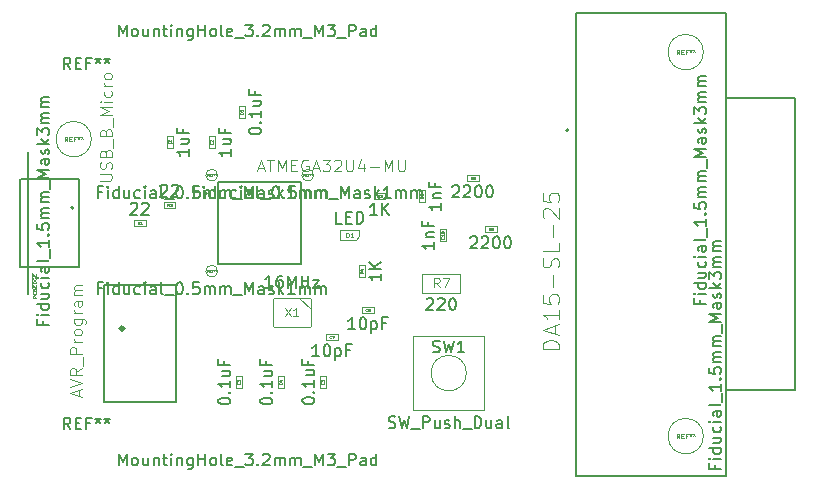
<source format=gbr>
%TF.GenerationSoftware,KiCad,Pcbnew,(5.1.6-85-g2d1f6937d)*%
%TF.CreationDate,2020-09-04T18:30:32-07:00*%
%TF.ProjectId,3DProUsb,33445072-6f55-4736-922e-6b696361645f,rev?*%
%TF.SameCoordinates,Original*%
%TF.FileFunction,Other,Fab,Top*%
%FSLAX46Y46*%
G04 Gerber Fmt 4.6, Leading zero omitted, Abs format (unit mm)*
G04 Created by KiCad (PCBNEW (5.1.6-85-g2d1f6937d)) date 2020-09-04 18:30:32*
%MOMM*%
%LPD*%
G01*
G04 APERTURE LIST*
%ADD10C,0.100000*%
%ADD11C,0.127000*%
%ADD12C,0.200000*%
%ADD13C,0.300000*%
%ADD14C,0.150000*%
%ADD15C,0.060000*%
%ADD16C,0.040000*%
%ADD17C,0.105000*%
%ADD18C,0.015000*%
%ADD19C,0.120000*%
G04 APERTURE END LIST*
D10*
%TO.C,REF\u002A\u002A*%
X70842000Y-77978000D02*
G75*
G03*
X70842000Y-77978000I-1500000J0D01*
G01*
X122658000Y-103124000D02*
G75*
G03*
X122658000Y-103124000I-1500000J0D01*
G01*
X122658000Y-70612000D02*
G75*
G03*
X122658000Y-70612000I-1500000J0D01*
G01*
X81526000Y-81026000D02*
G75*
G03*
X81526000Y-81026000I-500000J0D01*
G01*
X81526000Y-89154000D02*
G75*
G03*
X81526000Y-89154000I-500000J0D01*
G01*
X89654000Y-81026000D02*
G75*
G03*
X89654000Y-81026000I-500000J0D01*
G01*
%TO.C,SW1*%
X98092000Y-94640000D02*
X104092000Y-94640000D01*
X104092000Y-94640000D02*
X104092000Y-100940000D01*
X104092000Y-100940000D02*
X98092000Y-100940000D01*
X98092000Y-100940000D02*
X98092000Y-94640000D01*
X102592000Y-97790000D02*
G75*
G03*
X102592000Y-97790000I-1500000J0D01*
G01*
%TO.C,X1*%
X89314000Y-93894000D02*
X86314000Y-93894000D01*
X86314000Y-93894000D02*
X86214000Y-93794000D01*
X86214000Y-93794000D02*
X86214000Y-91494000D01*
X86214000Y-91494000D02*
X86314000Y-91394000D01*
X86314000Y-91394000D02*
X89314000Y-91394000D01*
X89314000Y-91394000D02*
X89414000Y-91494000D01*
X89414000Y-91494000D02*
X89414000Y-93794000D01*
X89414000Y-93794000D02*
X89314000Y-93894000D01*
X89414000Y-92394000D02*
X88414000Y-91394000D01*
%TO.C,D1*%
X91910000Y-86506000D02*
X93210000Y-86506000D01*
X93210000Y-86506000D02*
X93510000Y-86206000D01*
X93510000Y-86206000D02*
X93510000Y-85706000D01*
X93510000Y-85706000D02*
X91910000Y-85706000D01*
X91910000Y-85706000D02*
X91910000Y-86506000D01*
D11*
%TO.C,U1*%
X81590000Y-88590000D02*
X81590000Y-81590000D01*
X88590000Y-88590000D02*
X88590000Y-81590000D01*
X88590000Y-81590000D02*
X81590000Y-81590000D01*
X88590000Y-88590000D02*
X81590000Y-88590000D01*
D12*
X80620000Y-82590000D02*
G75*
G03*
X80620000Y-82590000I-100000J0D01*
G01*
D10*
%TO.C,R7*%
X102054000Y-90970000D02*
X98854000Y-90970000D01*
X102054000Y-89370000D02*
X102054000Y-90970000D01*
X98854000Y-89370000D02*
X102054000Y-89370000D01*
X98854000Y-90970000D02*
X98854000Y-89370000D01*
%TO.C,R6*%
X105148000Y-85848000D02*
X104148000Y-85848000D01*
X105148000Y-85348000D02*
X105148000Y-85848000D01*
X104148000Y-85348000D02*
X105148000Y-85348000D01*
X104148000Y-85848000D02*
X104148000Y-85348000D01*
%TO.C,R5*%
X103624000Y-81530000D02*
X102624000Y-81530000D01*
X103624000Y-81030000D02*
X103624000Y-81530000D01*
X102624000Y-81030000D02*
X103624000Y-81030000D01*
X102624000Y-81530000D02*
X102624000Y-81030000D01*
%TO.C,R4*%
X93976000Y-88654000D02*
X93976000Y-89654000D01*
X93476000Y-88654000D02*
X93976000Y-88654000D01*
X93476000Y-89654000D02*
X93476000Y-88654000D01*
X93976000Y-89654000D02*
X93476000Y-89654000D01*
%TO.C,R3*%
X95727000Y-83054000D02*
X94727000Y-83054000D01*
X95727000Y-82554000D02*
X95727000Y-83054000D01*
X94727000Y-82554000D02*
X95727000Y-82554000D01*
X94727000Y-83054000D02*
X94727000Y-82554000D01*
%TO.C,R2*%
X76947000Y-83316000D02*
X77947000Y-83316000D01*
X76947000Y-83816000D02*
X76947000Y-83316000D01*
X77947000Y-83816000D02*
X76947000Y-83816000D01*
X77947000Y-83316000D02*
X77947000Y-83816000D01*
%TO.C,R1*%
X74430000Y-84840000D02*
X75430000Y-84840000D01*
X74430000Y-85340000D02*
X74430000Y-84840000D01*
X75430000Y-85340000D02*
X74430000Y-85340000D01*
X75430000Y-84840000D02*
X75430000Y-85340000D01*
D11*
%TO.C,J3*%
X130382000Y-99218000D02*
X124582000Y-99218000D01*
X130382000Y-74518000D02*
X130382000Y-99218000D01*
X124582000Y-74518000D02*
X130382000Y-74518000D01*
D12*
X111234400Y-77233000D02*
G75*
G03*
X111234400Y-77233000I-100000J0D01*
G01*
D11*
X124582000Y-106468000D02*
X111882000Y-106468000D01*
X124582000Y-99218000D02*
X124582000Y-106468000D01*
X124582000Y-74518000D02*
X124582000Y-99218000D01*
X124582000Y-67268000D02*
X124582000Y-74518000D01*
X111882000Y-67268000D02*
X124582000Y-67268000D01*
X111882000Y-106468000D02*
X111882000Y-67268000D01*
D13*
%TO.C,J2*%
X73580000Y-94000000D02*
G75*
G03*
X73580000Y-94000000I-150000J0D01*
G01*
D11*
X71882000Y-90297000D02*
X77978000Y-90297000D01*
X71882000Y-100203000D02*
X71882000Y-90297000D01*
X77978000Y-100203000D02*
X71882000Y-100203000D01*
X77978000Y-90297000D02*
X77978000Y-100203000D01*
D12*
%TO.C,J1*%
X69310000Y-83790000D02*
G75*
G03*
X69310000Y-83790000I-100000J0D01*
G01*
D11*
X65510000Y-88840000D02*
X65510000Y-91090000D01*
X65510000Y-81340000D02*
X65510000Y-79090000D01*
X64810000Y-88840000D02*
X65510000Y-88840000D01*
X64860000Y-81340000D02*
X65510000Y-81340000D01*
X64810000Y-88840000D02*
X64810000Y-81340000D01*
X65510000Y-81340000D02*
X69810000Y-81340000D01*
X65510000Y-88840000D02*
X65510000Y-81340000D01*
X69810000Y-88840000D02*
X65510000Y-88840000D01*
X69810000Y-81340000D02*
X69810000Y-88840000D01*
D10*
%TO.C,C10*%
X100334000Y-86606000D02*
X100334000Y-85606000D01*
X100834000Y-86606000D02*
X100334000Y-86606000D01*
X100834000Y-85606000D02*
X100834000Y-86606000D01*
X100334000Y-85606000D02*
X100834000Y-85606000D01*
%TO.C,C9*%
X99056000Y-82304000D02*
X99056000Y-83304000D01*
X98556000Y-82304000D02*
X99056000Y-82304000D01*
X98556000Y-83304000D02*
X98556000Y-82304000D01*
X99056000Y-83304000D02*
X98556000Y-83304000D01*
%TO.C,C8*%
X94734000Y-92706000D02*
X93734000Y-92706000D01*
X94734000Y-92206000D02*
X94734000Y-92706000D01*
X93734000Y-92206000D02*
X94734000Y-92206000D01*
X93734000Y-92706000D02*
X93734000Y-92206000D01*
%TO.C,C7*%
X91686000Y-94992000D02*
X90686000Y-94992000D01*
X91686000Y-94492000D02*
X91686000Y-94992000D01*
X90686000Y-94492000D02*
X91686000Y-94492000D01*
X90686000Y-94992000D02*
X90686000Y-94492000D01*
%TO.C,C6*%
X83816000Y-75192000D02*
X83816000Y-76192000D01*
X83316000Y-75192000D02*
X83816000Y-75192000D01*
X83316000Y-76192000D02*
X83316000Y-75192000D01*
X83816000Y-76192000D02*
X83316000Y-76192000D01*
%TO.C,C5*%
X90174000Y-99029000D02*
X90174000Y-98029000D01*
X90674000Y-99029000D02*
X90174000Y-99029000D01*
X90674000Y-98029000D02*
X90674000Y-99029000D01*
X90174000Y-98029000D02*
X90674000Y-98029000D01*
%TO.C,C4*%
X86618000Y-99052000D02*
X86618000Y-98052000D01*
X87118000Y-99052000D02*
X86618000Y-99052000D01*
X87118000Y-98052000D02*
X87118000Y-99052000D01*
X86618000Y-98052000D02*
X87118000Y-98052000D01*
%TO.C,C3*%
X83062000Y-99052000D02*
X83062000Y-98052000D01*
X83562000Y-99052000D02*
X83062000Y-99052000D01*
X83562000Y-98052000D02*
X83562000Y-99052000D01*
X83062000Y-98052000D02*
X83562000Y-98052000D01*
%TO.C,C2*%
X81276000Y-77732000D02*
X81276000Y-78732000D01*
X80776000Y-77732000D02*
X81276000Y-77732000D01*
X80776000Y-78732000D02*
X80776000Y-77732000D01*
X81276000Y-78732000D02*
X80776000Y-78732000D01*
%TO.C,C1*%
X77720000Y-77709000D02*
X77720000Y-78709000D01*
X77220000Y-77709000D02*
X77720000Y-77709000D01*
X77220000Y-78709000D02*
X77220000Y-77709000D01*
X77720000Y-78709000D02*
X77220000Y-78709000D01*
%TD*%
%TO.C,REF\u002A\u002A*%
D14*
X66730571Y-93383523D02*
X66730571Y-93716857D01*
X67254380Y-93716857D02*
X66254380Y-93716857D01*
X66254380Y-93240666D01*
X67254380Y-92859714D02*
X66587714Y-92859714D01*
X66254380Y-92859714D02*
X66302000Y-92907333D01*
X66349619Y-92859714D01*
X66302000Y-92812095D01*
X66254380Y-92859714D01*
X66349619Y-92859714D01*
X67254380Y-91954952D02*
X66254380Y-91954952D01*
X67206761Y-91954952D02*
X67254380Y-92050190D01*
X67254380Y-92240666D01*
X67206761Y-92335904D01*
X67159142Y-92383523D01*
X67063904Y-92431142D01*
X66778190Y-92431142D01*
X66682952Y-92383523D01*
X66635333Y-92335904D01*
X66587714Y-92240666D01*
X66587714Y-92050190D01*
X66635333Y-91954952D01*
X66587714Y-91050190D02*
X67254380Y-91050190D01*
X66587714Y-91478761D02*
X67111523Y-91478761D01*
X67206761Y-91431142D01*
X67254380Y-91335904D01*
X67254380Y-91193047D01*
X67206761Y-91097809D01*
X67159142Y-91050190D01*
X67206761Y-90145428D02*
X67254380Y-90240666D01*
X67254380Y-90431142D01*
X67206761Y-90526380D01*
X67159142Y-90574000D01*
X67063904Y-90621619D01*
X66778190Y-90621619D01*
X66682952Y-90574000D01*
X66635333Y-90526380D01*
X66587714Y-90431142D01*
X66587714Y-90240666D01*
X66635333Y-90145428D01*
X67254380Y-89716857D02*
X66587714Y-89716857D01*
X66254380Y-89716857D02*
X66302000Y-89764476D01*
X66349619Y-89716857D01*
X66302000Y-89669238D01*
X66254380Y-89716857D01*
X66349619Y-89716857D01*
X67254380Y-88812095D02*
X66730571Y-88812095D01*
X66635333Y-88859714D01*
X66587714Y-88954952D01*
X66587714Y-89145428D01*
X66635333Y-89240666D01*
X67206761Y-88812095D02*
X67254380Y-88907333D01*
X67254380Y-89145428D01*
X67206761Y-89240666D01*
X67111523Y-89288285D01*
X67016285Y-89288285D01*
X66921047Y-89240666D01*
X66873428Y-89145428D01*
X66873428Y-88907333D01*
X66825809Y-88812095D01*
X67254380Y-88193047D02*
X67206761Y-88288285D01*
X67111523Y-88335904D01*
X66254380Y-88335904D01*
X67349619Y-88050190D02*
X67349619Y-87288285D01*
X67254380Y-86526380D02*
X67254380Y-87097809D01*
X67254380Y-86812095D02*
X66254380Y-86812095D01*
X66397238Y-86907333D01*
X66492476Y-87002571D01*
X66540095Y-87097809D01*
X67159142Y-86097809D02*
X67206761Y-86050190D01*
X67254380Y-86097809D01*
X67206761Y-86145428D01*
X67159142Y-86097809D01*
X67254380Y-86097809D01*
X66254380Y-85145428D02*
X66254380Y-85621619D01*
X66730571Y-85669238D01*
X66682952Y-85621619D01*
X66635333Y-85526380D01*
X66635333Y-85288285D01*
X66682952Y-85193047D01*
X66730571Y-85145428D01*
X66825809Y-85097809D01*
X67063904Y-85097809D01*
X67159142Y-85145428D01*
X67206761Y-85193047D01*
X67254380Y-85288285D01*
X67254380Y-85526380D01*
X67206761Y-85621619D01*
X67159142Y-85669238D01*
X67254380Y-84669238D02*
X66587714Y-84669238D01*
X66682952Y-84669238D02*
X66635333Y-84621619D01*
X66587714Y-84526380D01*
X66587714Y-84383523D01*
X66635333Y-84288285D01*
X66730571Y-84240666D01*
X67254380Y-84240666D01*
X66730571Y-84240666D02*
X66635333Y-84193047D01*
X66587714Y-84097809D01*
X66587714Y-83954952D01*
X66635333Y-83859714D01*
X66730571Y-83812095D01*
X67254380Y-83812095D01*
X67254380Y-83335904D02*
X66587714Y-83335904D01*
X66682952Y-83335904D02*
X66635333Y-83288285D01*
X66587714Y-83193047D01*
X66587714Y-83050190D01*
X66635333Y-82954952D01*
X66730571Y-82907333D01*
X67254380Y-82907333D01*
X66730571Y-82907333D02*
X66635333Y-82859714D01*
X66587714Y-82764476D01*
X66587714Y-82621619D01*
X66635333Y-82526380D01*
X66730571Y-82478761D01*
X67254380Y-82478761D01*
X67349619Y-82240666D02*
X67349619Y-81478761D01*
X67254380Y-81240666D02*
X66254380Y-81240666D01*
X66968666Y-80907333D01*
X66254380Y-80574000D01*
X67254380Y-80574000D01*
X67254380Y-79669238D02*
X66730571Y-79669238D01*
X66635333Y-79716857D01*
X66587714Y-79812095D01*
X66587714Y-80002571D01*
X66635333Y-80097809D01*
X67206761Y-79669238D02*
X67254380Y-79764476D01*
X67254380Y-80002571D01*
X67206761Y-80097809D01*
X67111523Y-80145428D01*
X67016285Y-80145428D01*
X66921047Y-80097809D01*
X66873428Y-80002571D01*
X66873428Y-79764476D01*
X66825809Y-79669238D01*
X67206761Y-79240666D02*
X67254380Y-79145428D01*
X67254380Y-78954952D01*
X67206761Y-78859714D01*
X67111523Y-78812095D01*
X67063904Y-78812095D01*
X66968666Y-78859714D01*
X66921047Y-78954952D01*
X66921047Y-79097809D01*
X66873428Y-79193047D01*
X66778190Y-79240666D01*
X66730571Y-79240666D01*
X66635333Y-79193047D01*
X66587714Y-79097809D01*
X66587714Y-78954952D01*
X66635333Y-78859714D01*
X67254380Y-78383523D02*
X66254380Y-78383523D01*
X66873428Y-78288285D02*
X67254380Y-78002571D01*
X66587714Y-78002571D02*
X66968666Y-78383523D01*
X66254380Y-77669238D02*
X66254380Y-77050190D01*
X66635333Y-77383523D01*
X66635333Y-77240666D01*
X66682952Y-77145428D01*
X66730571Y-77097809D01*
X66825809Y-77050190D01*
X67063904Y-77050190D01*
X67159142Y-77097809D01*
X67206761Y-77145428D01*
X67254380Y-77240666D01*
X67254380Y-77526380D01*
X67206761Y-77621619D01*
X67159142Y-77669238D01*
X67254380Y-76621619D02*
X66587714Y-76621619D01*
X66682952Y-76621619D02*
X66635333Y-76574000D01*
X66587714Y-76478761D01*
X66587714Y-76335904D01*
X66635333Y-76240666D01*
X66730571Y-76193047D01*
X67254380Y-76193047D01*
X66730571Y-76193047D02*
X66635333Y-76145428D01*
X66587714Y-76050190D01*
X66587714Y-75907333D01*
X66635333Y-75812095D01*
X66730571Y-75764476D01*
X67254380Y-75764476D01*
X67254380Y-75288285D02*
X66587714Y-75288285D01*
X66682952Y-75288285D02*
X66635333Y-75240666D01*
X66587714Y-75145428D01*
X66587714Y-75002571D01*
X66635333Y-74907333D01*
X66730571Y-74859714D01*
X67254380Y-74859714D01*
X66730571Y-74859714D02*
X66635333Y-74812095D01*
X66587714Y-74716857D01*
X66587714Y-74574000D01*
X66635333Y-74478761D01*
X66730571Y-74431142D01*
X67254380Y-74431142D01*
D15*
X68808666Y-78158952D02*
X68675333Y-77968476D01*
X68580095Y-78158952D02*
X68580095Y-77758952D01*
X68732476Y-77758952D01*
X68770571Y-77778000D01*
X68789619Y-77797047D01*
X68808666Y-77835142D01*
X68808666Y-77892285D01*
X68789619Y-77930380D01*
X68770571Y-77949428D01*
X68732476Y-77968476D01*
X68580095Y-77968476D01*
X68980095Y-77949428D02*
X69113428Y-77949428D01*
X69170571Y-78158952D02*
X68980095Y-78158952D01*
X68980095Y-77758952D01*
X69170571Y-77758952D01*
X69475333Y-77949428D02*
X69342000Y-77949428D01*
X69342000Y-78158952D02*
X69342000Y-77758952D01*
X69532476Y-77758952D01*
X69742000Y-77758952D02*
X69742000Y-77854190D01*
X69646761Y-77816095D02*
X69742000Y-77854190D01*
X69837238Y-77816095D01*
X69684857Y-77930380D02*
X69742000Y-77854190D01*
X69799142Y-77930380D01*
X70046761Y-77758952D02*
X70046761Y-77854190D01*
X69951523Y-77816095D02*
X70046761Y-77854190D01*
X70142000Y-77816095D01*
X69989619Y-77930380D02*
X70046761Y-77854190D01*
X70103904Y-77930380D01*
D14*
X123626571Y-105575523D02*
X123626571Y-105908857D01*
X124150380Y-105908857D02*
X123150380Y-105908857D01*
X123150380Y-105432666D01*
X124150380Y-105051714D02*
X123483714Y-105051714D01*
X123150380Y-105051714D02*
X123198000Y-105099333D01*
X123245619Y-105051714D01*
X123198000Y-105004095D01*
X123150380Y-105051714D01*
X123245619Y-105051714D01*
X124150380Y-104146952D02*
X123150380Y-104146952D01*
X124102761Y-104146952D02*
X124150380Y-104242190D01*
X124150380Y-104432666D01*
X124102761Y-104527904D01*
X124055142Y-104575523D01*
X123959904Y-104623142D01*
X123674190Y-104623142D01*
X123578952Y-104575523D01*
X123531333Y-104527904D01*
X123483714Y-104432666D01*
X123483714Y-104242190D01*
X123531333Y-104146952D01*
X123483714Y-103242190D02*
X124150380Y-103242190D01*
X123483714Y-103670761D02*
X124007523Y-103670761D01*
X124102761Y-103623142D01*
X124150380Y-103527904D01*
X124150380Y-103385047D01*
X124102761Y-103289809D01*
X124055142Y-103242190D01*
X124102761Y-102337428D02*
X124150380Y-102432666D01*
X124150380Y-102623142D01*
X124102761Y-102718380D01*
X124055142Y-102766000D01*
X123959904Y-102813619D01*
X123674190Y-102813619D01*
X123578952Y-102766000D01*
X123531333Y-102718380D01*
X123483714Y-102623142D01*
X123483714Y-102432666D01*
X123531333Y-102337428D01*
X124150380Y-101908857D02*
X123483714Y-101908857D01*
X123150380Y-101908857D02*
X123198000Y-101956476D01*
X123245619Y-101908857D01*
X123198000Y-101861238D01*
X123150380Y-101908857D01*
X123245619Y-101908857D01*
X124150380Y-101004095D02*
X123626571Y-101004095D01*
X123531333Y-101051714D01*
X123483714Y-101146952D01*
X123483714Y-101337428D01*
X123531333Y-101432666D01*
X124102761Y-101004095D02*
X124150380Y-101099333D01*
X124150380Y-101337428D01*
X124102761Y-101432666D01*
X124007523Y-101480285D01*
X123912285Y-101480285D01*
X123817047Y-101432666D01*
X123769428Y-101337428D01*
X123769428Y-101099333D01*
X123721809Y-101004095D01*
X124150380Y-100385047D02*
X124102761Y-100480285D01*
X124007523Y-100527904D01*
X123150380Y-100527904D01*
X124245619Y-100242190D02*
X124245619Y-99480285D01*
X124150380Y-98718380D02*
X124150380Y-99289809D01*
X124150380Y-99004095D02*
X123150380Y-99004095D01*
X123293238Y-99099333D01*
X123388476Y-99194571D01*
X123436095Y-99289809D01*
X124055142Y-98289809D02*
X124102761Y-98242190D01*
X124150380Y-98289809D01*
X124102761Y-98337428D01*
X124055142Y-98289809D01*
X124150380Y-98289809D01*
X123150380Y-97337428D02*
X123150380Y-97813619D01*
X123626571Y-97861238D01*
X123578952Y-97813619D01*
X123531333Y-97718380D01*
X123531333Y-97480285D01*
X123578952Y-97385047D01*
X123626571Y-97337428D01*
X123721809Y-97289809D01*
X123959904Y-97289809D01*
X124055142Y-97337428D01*
X124102761Y-97385047D01*
X124150380Y-97480285D01*
X124150380Y-97718380D01*
X124102761Y-97813619D01*
X124055142Y-97861238D01*
X124150380Y-96861238D02*
X123483714Y-96861238D01*
X123578952Y-96861238D02*
X123531333Y-96813619D01*
X123483714Y-96718380D01*
X123483714Y-96575523D01*
X123531333Y-96480285D01*
X123626571Y-96432666D01*
X124150380Y-96432666D01*
X123626571Y-96432666D02*
X123531333Y-96385047D01*
X123483714Y-96289809D01*
X123483714Y-96146952D01*
X123531333Y-96051714D01*
X123626571Y-96004095D01*
X124150380Y-96004095D01*
X124150380Y-95527904D02*
X123483714Y-95527904D01*
X123578952Y-95527904D02*
X123531333Y-95480285D01*
X123483714Y-95385047D01*
X123483714Y-95242190D01*
X123531333Y-95146952D01*
X123626571Y-95099333D01*
X124150380Y-95099333D01*
X123626571Y-95099333D02*
X123531333Y-95051714D01*
X123483714Y-94956476D01*
X123483714Y-94813619D01*
X123531333Y-94718380D01*
X123626571Y-94670761D01*
X124150380Y-94670761D01*
X124245619Y-94432666D02*
X124245619Y-93670761D01*
X124150380Y-93432666D02*
X123150380Y-93432666D01*
X123864666Y-93099333D01*
X123150380Y-92766000D01*
X124150380Y-92766000D01*
X124150380Y-91861238D02*
X123626571Y-91861238D01*
X123531333Y-91908857D01*
X123483714Y-92004095D01*
X123483714Y-92194571D01*
X123531333Y-92289809D01*
X124102761Y-91861238D02*
X124150380Y-91956476D01*
X124150380Y-92194571D01*
X124102761Y-92289809D01*
X124007523Y-92337428D01*
X123912285Y-92337428D01*
X123817047Y-92289809D01*
X123769428Y-92194571D01*
X123769428Y-91956476D01*
X123721809Y-91861238D01*
X124102761Y-91432666D02*
X124150380Y-91337428D01*
X124150380Y-91146952D01*
X124102761Y-91051714D01*
X124007523Y-91004095D01*
X123959904Y-91004095D01*
X123864666Y-91051714D01*
X123817047Y-91146952D01*
X123817047Y-91289809D01*
X123769428Y-91385047D01*
X123674190Y-91432666D01*
X123626571Y-91432666D01*
X123531333Y-91385047D01*
X123483714Y-91289809D01*
X123483714Y-91146952D01*
X123531333Y-91051714D01*
X124150380Y-90575523D02*
X123150380Y-90575523D01*
X123769428Y-90480285D02*
X124150380Y-90194571D01*
X123483714Y-90194571D02*
X123864666Y-90575523D01*
X123150380Y-89861238D02*
X123150380Y-89242190D01*
X123531333Y-89575523D01*
X123531333Y-89432666D01*
X123578952Y-89337428D01*
X123626571Y-89289809D01*
X123721809Y-89242190D01*
X123959904Y-89242190D01*
X124055142Y-89289809D01*
X124102761Y-89337428D01*
X124150380Y-89432666D01*
X124150380Y-89718380D01*
X124102761Y-89813619D01*
X124055142Y-89861238D01*
X124150380Y-88813619D02*
X123483714Y-88813619D01*
X123578952Y-88813619D02*
X123531333Y-88766000D01*
X123483714Y-88670761D01*
X123483714Y-88527904D01*
X123531333Y-88432666D01*
X123626571Y-88385047D01*
X124150380Y-88385047D01*
X123626571Y-88385047D02*
X123531333Y-88337428D01*
X123483714Y-88242190D01*
X123483714Y-88099333D01*
X123531333Y-88004095D01*
X123626571Y-87956476D01*
X124150380Y-87956476D01*
X124150380Y-87480285D02*
X123483714Y-87480285D01*
X123578952Y-87480285D02*
X123531333Y-87432666D01*
X123483714Y-87337428D01*
X123483714Y-87194571D01*
X123531333Y-87099333D01*
X123626571Y-87051714D01*
X124150380Y-87051714D01*
X123626571Y-87051714D02*
X123531333Y-87004095D01*
X123483714Y-86908857D01*
X123483714Y-86766000D01*
X123531333Y-86670761D01*
X123626571Y-86623142D01*
X124150380Y-86623142D01*
D15*
X120624666Y-103304952D02*
X120491333Y-103114476D01*
X120396095Y-103304952D02*
X120396095Y-102904952D01*
X120548476Y-102904952D01*
X120586571Y-102924000D01*
X120605619Y-102943047D01*
X120624666Y-102981142D01*
X120624666Y-103038285D01*
X120605619Y-103076380D01*
X120586571Y-103095428D01*
X120548476Y-103114476D01*
X120396095Y-103114476D01*
X120796095Y-103095428D02*
X120929428Y-103095428D01*
X120986571Y-103304952D02*
X120796095Y-103304952D01*
X120796095Y-102904952D01*
X120986571Y-102904952D01*
X121291333Y-103095428D02*
X121158000Y-103095428D01*
X121158000Y-103304952D02*
X121158000Y-102904952D01*
X121348476Y-102904952D01*
X121558000Y-102904952D02*
X121558000Y-103000190D01*
X121462761Y-102962095D02*
X121558000Y-103000190D01*
X121653238Y-102962095D01*
X121500857Y-103076380D02*
X121558000Y-103000190D01*
X121615142Y-103076380D01*
X121862761Y-102904952D02*
X121862761Y-103000190D01*
X121767523Y-102962095D02*
X121862761Y-103000190D01*
X121958000Y-102962095D01*
X121805619Y-103076380D02*
X121862761Y-103000190D01*
X121919904Y-103076380D01*
D14*
X122356571Y-91605523D02*
X122356571Y-91938857D01*
X122880380Y-91938857D02*
X121880380Y-91938857D01*
X121880380Y-91462666D01*
X122880380Y-91081714D02*
X122213714Y-91081714D01*
X121880380Y-91081714D02*
X121928000Y-91129333D01*
X121975619Y-91081714D01*
X121928000Y-91034095D01*
X121880380Y-91081714D01*
X121975619Y-91081714D01*
X122880380Y-90176952D02*
X121880380Y-90176952D01*
X122832761Y-90176952D02*
X122880380Y-90272190D01*
X122880380Y-90462666D01*
X122832761Y-90557904D01*
X122785142Y-90605523D01*
X122689904Y-90653142D01*
X122404190Y-90653142D01*
X122308952Y-90605523D01*
X122261333Y-90557904D01*
X122213714Y-90462666D01*
X122213714Y-90272190D01*
X122261333Y-90176952D01*
X122213714Y-89272190D02*
X122880380Y-89272190D01*
X122213714Y-89700761D02*
X122737523Y-89700761D01*
X122832761Y-89653142D01*
X122880380Y-89557904D01*
X122880380Y-89415047D01*
X122832761Y-89319809D01*
X122785142Y-89272190D01*
X122832761Y-88367428D02*
X122880380Y-88462666D01*
X122880380Y-88653142D01*
X122832761Y-88748380D01*
X122785142Y-88796000D01*
X122689904Y-88843619D01*
X122404190Y-88843619D01*
X122308952Y-88796000D01*
X122261333Y-88748380D01*
X122213714Y-88653142D01*
X122213714Y-88462666D01*
X122261333Y-88367428D01*
X122880380Y-87938857D02*
X122213714Y-87938857D01*
X121880380Y-87938857D02*
X121928000Y-87986476D01*
X121975619Y-87938857D01*
X121928000Y-87891238D01*
X121880380Y-87938857D01*
X121975619Y-87938857D01*
X122880380Y-87034095D02*
X122356571Y-87034095D01*
X122261333Y-87081714D01*
X122213714Y-87176952D01*
X122213714Y-87367428D01*
X122261333Y-87462666D01*
X122832761Y-87034095D02*
X122880380Y-87129333D01*
X122880380Y-87367428D01*
X122832761Y-87462666D01*
X122737523Y-87510285D01*
X122642285Y-87510285D01*
X122547047Y-87462666D01*
X122499428Y-87367428D01*
X122499428Y-87129333D01*
X122451809Y-87034095D01*
X122880380Y-86415047D02*
X122832761Y-86510285D01*
X122737523Y-86557904D01*
X121880380Y-86557904D01*
X122975619Y-86272190D02*
X122975619Y-85510285D01*
X122880380Y-84748380D02*
X122880380Y-85319809D01*
X122880380Y-85034095D02*
X121880380Y-85034095D01*
X122023238Y-85129333D01*
X122118476Y-85224571D01*
X122166095Y-85319809D01*
X122785142Y-84319809D02*
X122832761Y-84272190D01*
X122880380Y-84319809D01*
X122832761Y-84367428D01*
X122785142Y-84319809D01*
X122880380Y-84319809D01*
X121880380Y-83367428D02*
X121880380Y-83843619D01*
X122356571Y-83891238D01*
X122308952Y-83843619D01*
X122261333Y-83748380D01*
X122261333Y-83510285D01*
X122308952Y-83415047D01*
X122356571Y-83367428D01*
X122451809Y-83319809D01*
X122689904Y-83319809D01*
X122785142Y-83367428D01*
X122832761Y-83415047D01*
X122880380Y-83510285D01*
X122880380Y-83748380D01*
X122832761Y-83843619D01*
X122785142Y-83891238D01*
X122880380Y-82891238D02*
X122213714Y-82891238D01*
X122308952Y-82891238D02*
X122261333Y-82843619D01*
X122213714Y-82748380D01*
X122213714Y-82605523D01*
X122261333Y-82510285D01*
X122356571Y-82462666D01*
X122880380Y-82462666D01*
X122356571Y-82462666D02*
X122261333Y-82415047D01*
X122213714Y-82319809D01*
X122213714Y-82176952D01*
X122261333Y-82081714D01*
X122356571Y-82034095D01*
X122880380Y-82034095D01*
X122880380Y-81557904D02*
X122213714Y-81557904D01*
X122308952Y-81557904D02*
X122261333Y-81510285D01*
X122213714Y-81415047D01*
X122213714Y-81272190D01*
X122261333Y-81176952D01*
X122356571Y-81129333D01*
X122880380Y-81129333D01*
X122356571Y-81129333D02*
X122261333Y-81081714D01*
X122213714Y-80986476D01*
X122213714Y-80843619D01*
X122261333Y-80748380D01*
X122356571Y-80700761D01*
X122880380Y-80700761D01*
X122975619Y-80462666D02*
X122975619Y-79700761D01*
X122880380Y-79462666D02*
X121880380Y-79462666D01*
X122594666Y-79129333D01*
X121880380Y-78796000D01*
X122880380Y-78796000D01*
X122880380Y-77891238D02*
X122356571Y-77891238D01*
X122261333Y-77938857D01*
X122213714Y-78034095D01*
X122213714Y-78224571D01*
X122261333Y-78319809D01*
X122832761Y-77891238D02*
X122880380Y-77986476D01*
X122880380Y-78224571D01*
X122832761Y-78319809D01*
X122737523Y-78367428D01*
X122642285Y-78367428D01*
X122547047Y-78319809D01*
X122499428Y-78224571D01*
X122499428Y-77986476D01*
X122451809Y-77891238D01*
X122832761Y-77462666D02*
X122880380Y-77367428D01*
X122880380Y-77176952D01*
X122832761Y-77081714D01*
X122737523Y-77034095D01*
X122689904Y-77034095D01*
X122594666Y-77081714D01*
X122547047Y-77176952D01*
X122547047Y-77319809D01*
X122499428Y-77415047D01*
X122404190Y-77462666D01*
X122356571Y-77462666D01*
X122261333Y-77415047D01*
X122213714Y-77319809D01*
X122213714Y-77176952D01*
X122261333Y-77081714D01*
X122880380Y-76605523D02*
X121880380Y-76605523D01*
X122499428Y-76510285D02*
X122880380Y-76224571D01*
X122213714Y-76224571D02*
X122594666Y-76605523D01*
X121880380Y-75891238D02*
X121880380Y-75272190D01*
X122261333Y-75605523D01*
X122261333Y-75462666D01*
X122308952Y-75367428D01*
X122356571Y-75319809D01*
X122451809Y-75272190D01*
X122689904Y-75272190D01*
X122785142Y-75319809D01*
X122832761Y-75367428D01*
X122880380Y-75462666D01*
X122880380Y-75748380D01*
X122832761Y-75843619D01*
X122785142Y-75891238D01*
X122880380Y-74843619D02*
X122213714Y-74843619D01*
X122308952Y-74843619D02*
X122261333Y-74796000D01*
X122213714Y-74700761D01*
X122213714Y-74557904D01*
X122261333Y-74462666D01*
X122356571Y-74415047D01*
X122880380Y-74415047D01*
X122356571Y-74415047D02*
X122261333Y-74367428D01*
X122213714Y-74272190D01*
X122213714Y-74129333D01*
X122261333Y-74034095D01*
X122356571Y-73986476D01*
X122880380Y-73986476D01*
X122880380Y-73510285D02*
X122213714Y-73510285D01*
X122308952Y-73510285D02*
X122261333Y-73462666D01*
X122213714Y-73367428D01*
X122213714Y-73224571D01*
X122261333Y-73129333D01*
X122356571Y-73081714D01*
X122880380Y-73081714D01*
X122356571Y-73081714D02*
X122261333Y-73034095D01*
X122213714Y-72938857D01*
X122213714Y-72796000D01*
X122261333Y-72700761D01*
X122356571Y-72653142D01*
X122880380Y-72653142D01*
D15*
X120624666Y-70792952D02*
X120491333Y-70602476D01*
X120396095Y-70792952D02*
X120396095Y-70392952D01*
X120548476Y-70392952D01*
X120586571Y-70412000D01*
X120605619Y-70431047D01*
X120624666Y-70469142D01*
X120624666Y-70526285D01*
X120605619Y-70564380D01*
X120586571Y-70583428D01*
X120548476Y-70602476D01*
X120396095Y-70602476D01*
X120796095Y-70583428D02*
X120929428Y-70583428D01*
X120986571Y-70792952D02*
X120796095Y-70792952D01*
X120796095Y-70392952D01*
X120986571Y-70392952D01*
X121291333Y-70583428D02*
X121158000Y-70583428D01*
X121158000Y-70792952D02*
X121158000Y-70392952D01*
X121348476Y-70392952D01*
X121558000Y-70392952D02*
X121558000Y-70488190D01*
X121462761Y-70450095D02*
X121558000Y-70488190D01*
X121653238Y-70450095D01*
X121500857Y-70564380D02*
X121558000Y-70488190D01*
X121615142Y-70564380D01*
X121862761Y-70392952D02*
X121862761Y-70488190D01*
X121767523Y-70450095D02*
X121862761Y-70488190D01*
X121958000Y-70450095D01*
X121805619Y-70564380D02*
X121862761Y-70488190D01*
X121919904Y-70564380D01*
D14*
X71716476Y-82454571D02*
X71383142Y-82454571D01*
X71383142Y-82978380D02*
X71383142Y-81978380D01*
X71859333Y-81978380D01*
X72240285Y-82978380D02*
X72240285Y-82311714D01*
X72240285Y-81978380D02*
X72192666Y-82026000D01*
X72240285Y-82073619D01*
X72287904Y-82026000D01*
X72240285Y-81978380D01*
X72240285Y-82073619D01*
X73145047Y-82978380D02*
X73145047Y-81978380D01*
X73145047Y-82930761D02*
X73049809Y-82978380D01*
X72859333Y-82978380D01*
X72764095Y-82930761D01*
X72716476Y-82883142D01*
X72668857Y-82787904D01*
X72668857Y-82502190D01*
X72716476Y-82406952D01*
X72764095Y-82359333D01*
X72859333Y-82311714D01*
X73049809Y-82311714D01*
X73145047Y-82359333D01*
X74049809Y-82311714D02*
X74049809Y-82978380D01*
X73621238Y-82311714D02*
X73621238Y-82835523D01*
X73668857Y-82930761D01*
X73764095Y-82978380D01*
X73906952Y-82978380D01*
X74002190Y-82930761D01*
X74049809Y-82883142D01*
X74954571Y-82930761D02*
X74859333Y-82978380D01*
X74668857Y-82978380D01*
X74573619Y-82930761D01*
X74526000Y-82883142D01*
X74478380Y-82787904D01*
X74478380Y-82502190D01*
X74526000Y-82406952D01*
X74573619Y-82359333D01*
X74668857Y-82311714D01*
X74859333Y-82311714D01*
X74954571Y-82359333D01*
X75383142Y-82978380D02*
X75383142Y-82311714D01*
X75383142Y-81978380D02*
X75335523Y-82026000D01*
X75383142Y-82073619D01*
X75430761Y-82026000D01*
X75383142Y-81978380D01*
X75383142Y-82073619D01*
X76287904Y-82978380D02*
X76287904Y-82454571D01*
X76240285Y-82359333D01*
X76145047Y-82311714D01*
X75954571Y-82311714D01*
X75859333Y-82359333D01*
X76287904Y-82930761D02*
X76192666Y-82978380D01*
X75954571Y-82978380D01*
X75859333Y-82930761D01*
X75811714Y-82835523D01*
X75811714Y-82740285D01*
X75859333Y-82645047D01*
X75954571Y-82597428D01*
X76192666Y-82597428D01*
X76287904Y-82549809D01*
X76906952Y-82978380D02*
X76811714Y-82930761D01*
X76764095Y-82835523D01*
X76764095Y-81978380D01*
X77049809Y-83073619D02*
X77811714Y-83073619D01*
X78240285Y-81978380D02*
X78335523Y-81978380D01*
X78430761Y-82026000D01*
X78478380Y-82073619D01*
X78526000Y-82168857D01*
X78573619Y-82359333D01*
X78573619Y-82597428D01*
X78526000Y-82787904D01*
X78478380Y-82883142D01*
X78430761Y-82930761D01*
X78335523Y-82978380D01*
X78240285Y-82978380D01*
X78145047Y-82930761D01*
X78097428Y-82883142D01*
X78049809Y-82787904D01*
X78002190Y-82597428D01*
X78002190Y-82359333D01*
X78049809Y-82168857D01*
X78097428Y-82073619D01*
X78145047Y-82026000D01*
X78240285Y-81978380D01*
X79002190Y-82883142D02*
X79049809Y-82930761D01*
X79002190Y-82978380D01*
X78954571Y-82930761D01*
X79002190Y-82883142D01*
X79002190Y-82978380D01*
X79954571Y-81978380D02*
X79478380Y-81978380D01*
X79430761Y-82454571D01*
X79478380Y-82406952D01*
X79573619Y-82359333D01*
X79811714Y-82359333D01*
X79906952Y-82406952D01*
X79954571Y-82454571D01*
X80002190Y-82549809D01*
X80002190Y-82787904D01*
X79954571Y-82883142D01*
X79906952Y-82930761D01*
X79811714Y-82978380D01*
X79573619Y-82978380D01*
X79478380Y-82930761D01*
X79430761Y-82883142D01*
X80430761Y-82978380D02*
X80430761Y-82311714D01*
X80430761Y-82406952D02*
X80478380Y-82359333D01*
X80573619Y-82311714D01*
X80716476Y-82311714D01*
X80811714Y-82359333D01*
X80859333Y-82454571D01*
X80859333Y-82978380D01*
X80859333Y-82454571D02*
X80906952Y-82359333D01*
X81002190Y-82311714D01*
X81145047Y-82311714D01*
X81240285Y-82359333D01*
X81287904Y-82454571D01*
X81287904Y-82978380D01*
X81764095Y-82978380D02*
X81764095Y-82311714D01*
X81764095Y-82406952D02*
X81811714Y-82359333D01*
X81906952Y-82311714D01*
X82049809Y-82311714D01*
X82145047Y-82359333D01*
X82192666Y-82454571D01*
X82192666Y-82978380D01*
X82192666Y-82454571D02*
X82240285Y-82359333D01*
X82335523Y-82311714D01*
X82478380Y-82311714D01*
X82573619Y-82359333D01*
X82621238Y-82454571D01*
X82621238Y-82978380D01*
X82859333Y-83073619D02*
X83621238Y-83073619D01*
X83859333Y-82978380D02*
X83859333Y-81978380D01*
X84192666Y-82692666D01*
X84526000Y-81978380D01*
X84526000Y-82978380D01*
X85430761Y-82978380D02*
X85430761Y-82454571D01*
X85383142Y-82359333D01*
X85287904Y-82311714D01*
X85097428Y-82311714D01*
X85002190Y-82359333D01*
X85430761Y-82930761D02*
X85335523Y-82978380D01*
X85097428Y-82978380D01*
X85002190Y-82930761D01*
X84954571Y-82835523D01*
X84954571Y-82740285D01*
X85002190Y-82645047D01*
X85097428Y-82597428D01*
X85335523Y-82597428D01*
X85430761Y-82549809D01*
X85859333Y-82930761D02*
X85954571Y-82978380D01*
X86145047Y-82978380D01*
X86240285Y-82930761D01*
X86287904Y-82835523D01*
X86287904Y-82787904D01*
X86240285Y-82692666D01*
X86145047Y-82645047D01*
X86002190Y-82645047D01*
X85906952Y-82597428D01*
X85859333Y-82502190D01*
X85859333Y-82454571D01*
X85906952Y-82359333D01*
X86002190Y-82311714D01*
X86145047Y-82311714D01*
X86240285Y-82359333D01*
X86716476Y-82978380D02*
X86716476Y-81978380D01*
X86811714Y-82597428D02*
X87097428Y-82978380D01*
X87097428Y-82311714D02*
X86716476Y-82692666D01*
X88049809Y-82978380D02*
X87478380Y-82978380D01*
X87764095Y-82978380D02*
X87764095Y-81978380D01*
X87668857Y-82121238D01*
X87573619Y-82216476D01*
X87478380Y-82264095D01*
X88478380Y-82978380D02*
X88478380Y-82311714D01*
X88478380Y-82406952D02*
X88526000Y-82359333D01*
X88621238Y-82311714D01*
X88764095Y-82311714D01*
X88859333Y-82359333D01*
X88906952Y-82454571D01*
X88906952Y-82978380D01*
X88906952Y-82454571D02*
X88954571Y-82359333D01*
X89049809Y-82311714D01*
X89192666Y-82311714D01*
X89287904Y-82359333D01*
X89335523Y-82454571D01*
X89335523Y-82978380D01*
X89811714Y-82978380D02*
X89811714Y-82311714D01*
X89811714Y-82406952D02*
X89859333Y-82359333D01*
X89954571Y-82311714D01*
X90097428Y-82311714D01*
X90192666Y-82359333D01*
X90240285Y-82454571D01*
X90240285Y-82978380D01*
X90240285Y-82454571D02*
X90287904Y-82359333D01*
X90383142Y-82311714D01*
X90526000Y-82311714D01*
X90621238Y-82359333D01*
X90668857Y-82454571D01*
X90668857Y-82978380D01*
D16*
X80759333Y-81116476D02*
X80692666Y-81021238D01*
X80645047Y-81116476D02*
X80645047Y-80916476D01*
X80721238Y-80916476D01*
X80740285Y-80926000D01*
X80749809Y-80935523D01*
X80759333Y-80954571D01*
X80759333Y-80983142D01*
X80749809Y-81002190D01*
X80740285Y-81011714D01*
X80721238Y-81021238D01*
X80645047Y-81021238D01*
X80845047Y-81011714D02*
X80911714Y-81011714D01*
X80940285Y-81116476D02*
X80845047Y-81116476D01*
X80845047Y-80916476D01*
X80940285Y-80916476D01*
X81092666Y-81011714D02*
X81026000Y-81011714D01*
X81026000Y-81116476D02*
X81026000Y-80916476D01*
X81121238Y-80916476D01*
X81226000Y-80916476D02*
X81226000Y-80964095D01*
X81178380Y-80945047D02*
X81226000Y-80964095D01*
X81273619Y-80945047D01*
X81197428Y-81002190D02*
X81226000Y-80964095D01*
X81254571Y-81002190D01*
X81378380Y-80916476D02*
X81378380Y-80964095D01*
X81330761Y-80945047D02*
X81378380Y-80964095D01*
X81426000Y-80945047D01*
X81349809Y-81002190D02*
X81378380Y-80964095D01*
X81406952Y-81002190D01*
D14*
X71716476Y-90582571D02*
X71383142Y-90582571D01*
X71383142Y-91106380D02*
X71383142Y-90106380D01*
X71859333Y-90106380D01*
X72240285Y-91106380D02*
X72240285Y-90439714D01*
X72240285Y-90106380D02*
X72192666Y-90154000D01*
X72240285Y-90201619D01*
X72287904Y-90154000D01*
X72240285Y-90106380D01*
X72240285Y-90201619D01*
X73145047Y-91106380D02*
X73145047Y-90106380D01*
X73145047Y-91058761D02*
X73049809Y-91106380D01*
X72859333Y-91106380D01*
X72764095Y-91058761D01*
X72716476Y-91011142D01*
X72668857Y-90915904D01*
X72668857Y-90630190D01*
X72716476Y-90534952D01*
X72764095Y-90487333D01*
X72859333Y-90439714D01*
X73049809Y-90439714D01*
X73145047Y-90487333D01*
X74049809Y-90439714D02*
X74049809Y-91106380D01*
X73621238Y-90439714D02*
X73621238Y-90963523D01*
X73668857Y-91058761D01*
X73764095Y-91106380D01*
X73906952Y-91106380D01*
X74002190Y-91058761D01*
X74049809Y-91011142D01*
X74954571Y-91058761D02*
X74859333Y-91106380D01*
X74668857Y-91106380D01*
X74573619Y-91058761D01*
X74526000Y-91011142D01*
X74478380Y-90915904D01*
X74478380Y-90630190D01*
X74526000Y-90534952D01*
X74573619Y-90487333D01*
X74668857Y-90439714D01*
X74859333Y-90439714D01*
X74954571Y-90487333D01*
X75383142Y-91106380D02*
X75383142Y-90439714D01*
X75383142Y-90106380D02*
X75335523Y-90154000D01*
X75383142Y-90201619D01*
X75430761Y-90154000D01*
X75383142Y-90106380D01*
X75383142Y-90201619D01*
X76287904Y-91106380D02*
X76287904Y-90582571D01*
X76240285Y-90487333D01*
X76145047Y-90439714D01*
X75954571Y-90439714D01*
X75859333Y-90487333D01*
X76287904Y-91058761D02*
X76192666Y-91106380D01*
X75954571Y-91106380D01*
X75859333Y-91058761D01*
X75811714Y-90963523D01*
X75811714Y-90868285D01*
X75859333Y-90773047D01*
X75954571Y-90725428D01*
X76192666Y-90725428D01*
X76287904Y-90677809D01*
X76906952Y-91106380D02*
X76811714Y-91058761D01*
X76764095Y-90963523D01*
X76764095Y-90106380D01*
X77049809Y-91201619D02*
X77811714Y-91201619D01*
X78240285Y-90106380D02*
X78335523Y-90106380D01*
X78430761Y-90154000D01*
X78478380Y-90201619D01*
X78526000Y-90296857D01*
X78573619Y-90487333D01*
X78573619Y-90725428D01*
X78526000Y-90915904D01*
X78478380Y-91011142D01*
X78430761Y-91058761D01*
X78335523Y-91106380D01*
X78240285Y-91106380D01*
X78145047Y-91058761D01*
X78097428Y-91011142D01*
X78049809Y-90915904D01*
X78002190Y-90725428D01*
X78002190Y-90487333D01*
X78049809Y-90296857D01*
X78097428Y-90201619D01*
X78145047Y-90154000D01*
X78240285Y-90106380D01*
X79002190Y-91011142D02*
X79049809Y-91058761D01*
X79002190Y-91106380D01*
X78954571Y-91058761D01*
X79002190Y-91011142D01*
X79002190Y-91106380D01*
X79954571Y-90106380D02*
X79478380Y-90106380D01*
X79430761Y-90582571D01*
X79478380Y-90534952D01*
X79573619Y-90487333D01*
X79811714Y-90487333D01*
X79906952Y-90534952D01*
X79954571Y-90582571D01*
X80002190Y-90677809D01*
X80002190Y-90915904D01*
X79954571Y-91011142D01*
X79906952Y-91058761D01*
X79811714Y-91106380D01*
X79573619Y-91106380D01*
X79478380Y-91058761D01*
X79430761Y-91011142D01*
X80430761Y-91106380D02*
X80430761Y-90439714D01*
X80430761Y-90534952D02*
X80478380Y-90487333D01*
X80573619Y-90439714D01*
X80716476Y-90439714D01*
X80811714Y-90487333D01*
X80859333Y-90582571D01*
X80859333Y-91106380D01*
X80859333Y-90582571D02*
X80906952Y-90487333D01*
X81002190Y-90439714D01*
X81145047Y-90439714D01*
X81240285Y-90487333D01*
X81287904Y-90582571D01*
X81287904Y-91106380D01*
X81764095Y-91106380D02*
X81764095Y-90439714D01*
X81764095Y-90534952D02*
X81811714Y-90487333D01*
X81906952Y-90439714D01*
X82049809Y-90439714D01*
X82145047Y-90487333D01*
X82192666Y-90582571D01*
X82192666Y-91106380D01*
X82192666Y-90582571D02*
X82240285Y-90487333D01*
X82335523Y-90439714D01*
X82478380Y-90439714D01*
X82573619Y-90487333D01*
X82621238Y-90582571D01*
X82621238Y-91106380D01*
X82859333Y-91201619D02*
X83621238Y-91201619D01*
X83859333Y-91106380D02*
X83859333Y-90106380D01*
X84192666Y-90820666D01*
X84526000Y-90106380D01*
X84526000Y-91106380D01*
X85430761Y-91106380D02*
X85430761Y-90582571D01*
X85383142Y-90487333D01*
X85287904Y-90439714D01*
X85097428Y-90439714D01*
X85002190Y-90487333D01*
X85430761Y-91058761D02*
X85335523Y-91106380D01*
X85097428Y-91106380D01*
X85002190Y-91058761D01*
X84954571Y-90963523D01*
X84954571Y-90868285D01*
X85002190Y-90773047D01*
X85097428Y-90725428D01*
X85335523Y-90725428D01*
X85430761Y-90677809D01*
X85859333Y-91058761D02*
X85954571Y-91106380D01*
X86145047Y-91106380D01*
X86240285Y-91058761D01*
X86287904Y-90963523D01*
X86287904Y-90915904D01*
X86240285Y-90820666D01*
X86145047Y-90773047D01*
X86002190Y-90773047D01*
X85906952Y-90725428D01*
X85859333Y-90630190D01*
X85859333Y-90582571D01*
X85906952Y-90487333D01*
X86002190Y-90439714D01*
X86145047Y-90439714D01*
X86240285Y-90487333D01*
X86716476Y-91106380D02*
X86716476Y-90106380D01*
X86811714Y-90725428D02*
X87097428Y-91106380D01*
X87097428Y-90439714D02*
X86716476Y-90820666D01*
X88049809Y-91106380D02*
X87478380Y-91106380D01*
X87764095Y-91106380D02*
X87764095Y-90106380D01*
X87668857Y-90249238D01*
X87573619Y-90344476D01*
X87478380Y-90392095D01*
X88478380Y-91106380D02*
X88478380Y-90439714D01*
X88478380Y-90534952D02*
X88526000Y-90487333D01*
X88621238Y-90439714D01*
X88764095Y-90439714D01*
X88859333Y-90487333D01*
X88906952Y-90582571D01*
X88906952Y-91106380D01*
X88906952Y-90582571D02*
X88954571Y-90487333D01*
X89049809Y-90439714D01*
X89192666Y-90439714D01*
X89287904Y-90487333D01*
X89335523Y-90582571D01*
X89335523Y-91106380D01*
X89811714Y-91106380D02*
X89811714Y-90439714D01*
X89811714Y-90534952D02*
X89859333Y-90487333D01*
X89954571Y-90439714D01*
X90097428Y-90439714D01*
X90192666Y-90487333D01*
X90240285Y-90582571D01*
X90240285Y-91106380D01*
X90240285Y-90582571D02*
X90287904Y-90487333D01*
X90383142Y-90439714D01*
X90526000Y-90439714D01*
X90621238Y-90487333D01*
X90668857Y-90582571D01*
X90668857Y-91106380D01*
D16*
X80759333Y-89244476D02*
X80692666Y-89149238D01*
X80645047Y-89244476D02*
X80645047Y-89044476D01*
X80721238Y-89044476D01*
X80740285Y-89054000D01*
X80749809Y-89063523D01*
X80759333Y-89082571D01*
X80759333Y-89111142D01*
X80749809Y-89130190D01*
X80740285Y-89139714D01*
X80721238Y-89149238D01*
X80645047Y-89149238D01*
X80845047Y-89139714D02*
X80911714Y-89139714D01*
X80940285Y-89244476D02*
X80845047Y-89244476D01*
X80845047Y-89044476D01*
X80940285Y-89044476D01*
X81092666Y-89139714D02*
X81026000Y-89139714D01*
X81026000Y-89244476D02*
X81026000Y-89044476D01*
X81121238Y-89044476D01*
X81226000Y-89044476D02*
X81226000Y-89092095D01*
X81178380Y-89073047D02*
X81226000Y-89092095D01*
X81273619Y-89073047D01*
X81197428Y-89130190D02*
X81226000Y-89092095D01*
X81254571Y-89130190D01*
X81378380Y-89044476D02*
X81378380Y-89092095D01*
X81330761Y-89073047D02*
X81378380Y-89092095D01*
X81426000Y-89073047D01*
X81349809Y-89130190D02*
X81378380Y-89092095D01*
X81406952Y-89130190D01*
D14*
X79844476Y-82454571D02*
X79511142Y-82454571D01*
X79511142Y-82978380D02*
X79511142Y-81978380D01*
X79987333Y-81978380D01*
X80368285Y-82978380D02*
X80368285Y-82311714D01*
X80368285Y-81978380D02*
X80320666Y-82026000D01*
X80368285Y-82073619D01*
X80415904Y-82026000D01*
X80368285Y-81978380D01*
X80368285Y-82073619D01*
X81273047Y-82978380D02*
X81273047Y-81978380D01*
X81273047Y-82930761D02*
X81177809Y-82978380D01*
X80987333Y-82978380D01*
X80892095Y-82930761D01*
X80844476Y-82883142D01*
X80796857Y-82787904D01*
X80796857Y-82502190D01*
X80844476Y-82406952D01*
X80892095Y-82359333D01*
X80987333Y-82311714D01*
X81177809Y-82311714D01*
X81273047Y-82359333D01*
X82177809Y-82311714D02*
X82177809Y-82978380D01*
X81749238Y-82311714D02*
X81749238Y-82835523D01*
X81796857Y-82930761D01*
X81892095Y-82978380D01*
X82034952Y-82978380D01*
X82130190Y-82930761D01*
X82177809Y-82883142D01*
X83082571Y-82930761D02*
X82987333Y-82978380D01*
X82796857Y-82978380D01*
X82701619Y-82930761D01*
X82654000Y-82883142D01*
X82606380Y-82787904D01*
X82606380Y-82502190D01*
X82654000Y-82406952D01*
X82701619Y-82359333D01*
X82796857Y-82311714D01*
X82987333Y-82311714D01*
X83082571Y-82359333D01*
X83511142Y-82978380D02*
X83511142Y-82311714D01*
X83511142Y-81978380D02*
X83463523Y-82026000D01*
X83511142Y-82073619D01*
X83558761Y-82026000D01*
X83511142Y-81978380D01*
X83511142Y-82073619D01*
X84415904Y-82978380D02*
X84415904Y-82454571D01*
X84368285Y-82359333D01*
X84273047Y-82311714D01*
X84082571Y-82311714D01*
X83987333Y-82359333D01*
X84415904Y-82930761D02*
X84320666Y-82978380D01*
X84082571Y-82978380D01*
X83987333Y-82930761D01*
X83939714Y-82835523D01*
X83939714Y-82740285D01*
X83987333Y-82645047D01*
X84082571Y-82597428D01*
X84320666Y-82597428D01*
X84415904Y-82549809D01*
X85034952Y-82978380D02*
X84939714Y-82930761D01*
X84892095Y-82835523D01*
X84892095Y-81978380D01*
X85177809Y-83073619D02*
X85939714Y-83073619D01*
X86368285Y-81978380D02*
X86463523Y-81978380D01*
X86558761Y-82026000D01*
X86606380Y-82073619D01*
X86654000Y-82168857D01*
X86701619Y-82359333D01*
X86701619Y-82597428D01*
X86654000Y-82787904D01*
X86606380Y-82883142D01*
X86558761Y-82930761D01*
X86463523Y-82978380D01*
X86368285Y-82978380D01*
X86273047Y-82930761D01*
X86225428Y-82883142D01*
X86177809Y-82787904D01*
X86130190Y-82597428D01*
X86130190Y-82359333D01*
X86177809Y-82168857D01*
X86225428Y-82073619D01*
X86273047Y-82026000D01*
X86368285Y-81978380D01*
X87130190Y-82883142D02*
X87177809Y-82930761D01*
X87130190Y-82978380D01*
X87082571Y-82930761D01*
X87130190Y-82883142D01*
X87130190Y-82978380D01*
X88082571Y-81978380D02*
X87606380Y-81978380D01*
X87558761Y-82454571D01*
X87606380Y-82406952D01*
X87701619Y-82359333D01*
X87939714Y-82359333D01*
X88034952Y-82406952D01*
X88082571Y-82454571D01*
X88130190Y-82549809D01*
X88130190Y-82787904D01*
X88082571Y-82883142D01*
X88034952Y-82930761D01*
X87939714Y-82978380D01*
X87701619Y-82978380D01*
X87606380Y-82930761D01*
X87558761Y-82883142D01*
X88558761Y-82978380D02*
X88558761Y-82311714D01*
X88558761Y-82406952D02*
X88606380Y-82359333D01*
X88701619Y-82311714D01*
X88844476Y-82311714D01*
X88939714Y-82359333D01*
X88987333Y-82454571D01*
X88987333Y-82978380D01*
X88987333Y-82454571D02*
X89034952Y-82359333D01*
X89130190Y-82311714D01*
X89273047Y-82311714D01*
X89368285Y-82359333D01*
X89415904Y-82454571D01*
X89415904Y-82978380D01*
X89892095Y-82978380D02*
X89892095Y-82311714D01*
X89892095Y-82406952D02*
X89939714Y-82359333D01*
X90034952Y-82311714D01*
X90177809Y-82311714D01*
X90273047Y-82359333D01*
X90320666Y-82454571D01*
X90320666Y-82978380D01*
X90320666Y-82454571D02*
X90368285Y-82359333D01*
X90463523Y-82311714D01*
X90606380Y-82311714D01*
X90701619Y-82359333D01*
X90749238Y-82454571D01*
X90749238Y-82978380D01*
X90987333Y-83073619D02*
X91749238Y-83073619D01*
X91987333Y-82978380D02*
X91987333Y-81978380D01*
X92320666Y-82692666D01*
X92654000Y-81978380D01*
X92654000Y-82978380D01*
X93558761Y-82978380D02*
X93558761Y-82454571D01*
X93511142Y-82359333D01*
X93415904Y-82311714D01*
X93225428Y-82311714D01*
X93130190Y-82359333D01*
X93558761Y-82930761D02*
X93463523Y-82978380D01*
X93225428Y-82978380D01*
X93130190Y-82930761D01*
X93082571Y-82835523D01*
X93082571Y-82740285D01*
X93130190Y-82645047D01*
X93225428Y-82597428D01*
X93463523Y-82597428D01*
X93558761Y-82549809D01*
X93987333Y-82930761D02*
X94082571Y-82978380D01*
X94273047Y-82978380D01*
X94368285Y-82930761D01*
X94415904Y-82835523D01*
X94415904Y-82787904D01*
X94368285Y-82692666D01*
X94273047Y-82645047D01*
X94130190Y-82645047D01*
X94034952Y-82597428D01*
X93987333Y-82502190D01*
X93987333Y-82454571D01*
X94034952Y-82359333D01*
X94130190Y-82311714D01*
X94273047Y-82311714D01*
X94368285Y-82359333D01*
X94844476Y-82978380D02*
X94844476Y-81978380D01*
X94939714Y-82597428D02*
X95225428Y-82978380D01*
X95225428Y-82311714D02*
X94844476Y-82692666D01*
X96177809Y-82978380D02*
X95606380Y-82978380D01*
X95892095Y-82978380D02*
X95892095Y-81978380D01*
X95796857Y-82121238D01*
X95701619Y-82216476D01*
X95606380Y-82264095D01*
X96606380Y-82978380D02*
X96606380Y-82311714D01*
X96606380Y-82406952D02*
X96654000Y-82359333D01*
X96749238Y-82311714D01*
X96892095Y-82311714D01*
X96987333Y-82359333D01*
X97034952Y-82454571D01*
X97034952Y-82978380D01*
X97034952Y-82454571D02*
X97082571Y-82359333D01*
X97177809Y-82311714D01*
X97320666Y-82311714D01*
X97415904Y-82359333D01*
X97463523Y-82454571D01*
X97463523Y-82978380D01*
X97939714Y-82978380D02*
X97939714Y-82311714D01*
X97939714Y-82406952D02*
X97987333Y-82359333D01*
X98082571Y-82311714D01*
X98225428Y-82311714D01*
X98320666Y-82359333D01*
X98368285Y-82454571D01*
X98368285Y-82978380D01*
X98368285Y-82454571D02*
X98415904Y-82359333D01*
X98511142Y-82311714D01*
X98654000Y-82311714D01*
X98749238Y-82359333D01*
X98796857Y-82454571D01*
X98796857Y-82978380D01*
D16*
X88887333Y-81116476D02*
X88820666Y-81021238D01*
X88773047Y-81116476D02*
X88773047Y-80916476D01*
X88849238Y-80916476D01*
X88868285Y-80926000D01*
X88877809Y-80935523D01*
X88887333Y-80954571D01*
X88887333Y-80983142D01*
X88877809Y-81002190D01*
X88868285Y-81011714D01*
X88849238Y-81021238D01*
X88773047Y-81021238D01*
X88973047Y-81011714D02*
X89039714Y-81011714D01*
X89068285Y-81116476D02*
X88973047Y-81116476D01*
X88973047Y-80916476D01*
X89068285Y-80916476D01*
X89220666Y-81011714D02*
X89154000Y-81011714D01*
X89154000Y-81116476D02*
X89154000Y-80916476D01*
X89249238Y-80916476D01*
X89354000Y-80916476D02*
X89354000Y-80964095D01*
X89306380Y-80945047D02*
X89354000Y-80964095D01*
X89401619Y-80945047D01*
X89325428Y-81002190D02*
X89354000Y-80964095D01*
X89382571Y-81002190D01*
X89506380Y-80916476D02*
X89506380Y-80964095D01*
X89458761Y-80945047D02*
X89506380Y-80964095D01*
X89554000Y-80945047D01*
X89477809Y-81002190D02*
X89506380Y-80964095D01*
X89534952Y-81002190D01*
D14*
X73169238Y-105608380D02*
X73169238Y-104608380D01*
X73502571Y-105322666D01*
X73835904Y-104608380D01*
X73835904Y-105608380D01*
X74454952Y-105608380D02*
X74359714Y-105560761D01*
X74312095Y-105513142D01*
X74264476Y-105417904D01*
X74264476Y-105132190D01*
X74312095Y-105036952D01*
X74359714Y-104989333D01*
X74454952Y-104941714D01*
X74597809Y-104941714D01*
X74693047Y-104989333D01*
X74740666Y-105036952D01*
X74788285Y-105132190D01*
X74788285Y-105417904D01*
X74740666Y-105513142D01*
X74693047Y-105560761D01*
X74597809Y-105608380D01*
X74454952Y-105608380D01*
X75645428Y-104941714D02*
X75645428Y-105608380D01*
X75216857Y-104941714D02*
X75216857Y-105465523D01*
X75264476Y-105560761D01*
X75359714Y-105608380D01*
X75502571Y-105608380D01*
X75597809Y-105560761D01*
X75645428Y-105513142D01*
X76121619Y-104941714D02*
X76121619Y-105608380D01*
X76121619Y-105036952D02*
X76169238Y-104989333D01*
X76264476Y-104941714D01*
X76407333Y-104941714D01*
X76502571Y-104989333D01*
X76550190Y-105084571D01*
X76550190Y-105608380D01*
X76883523Y-104941714D02*
X77264476Y-104941714D01*
X77026380Y-104608380D02*
X77026380Y-105465523D01*
X77074000Y-105560761D01*
X77169238Y-105608380D01*
X77264476Y-105608380D01*
X77597809Y-105608380D02*
X77597809Y-104941714D01*
X77597809Y-104608380D02*
X77550190Y-104656000D01*
X77597809Y-104703619D01*
X77645428Y-104656000D01*
X77597809Y-104608380D01*
X77597809Y-104703619D01*
X78073999Y-104941714D02*
X78073999Y-105608380D01*
X78073999Y-105036952D02*
X78121619Y-104989333D01*
X78216857Y-104941714D01*
X78359714Y-104941714D01*
X78454952Y-104989333D01*
X78502571Y-105084571D01*
X78502571Y-105608380D01*
X79407333Y-104941714D02*
X79407333Y-105751238D01*
X79359714Y-105846476D01*
X79312095Y-105894095D01*
X79216857Y-105941714D01*
X79073999Y-105941714D01*
X78978761Y-105894095D01*
X79407333Y-105560761D02*
X79312095Y-105608380D01*
X79121619Y-105608380D01*
X79026380Y-105560761D01*
X78978761Y-105513142D01*
X78931142Y-105417904D01*
X78931142Y-105132190D01*
X78978761Y-105036952D01*
X79026380Y-104989333D01*
X79121619Y-104941714D01*
X79312095Y-104941714D01*
X79407333Y-104989333D01*
X79883523Y-105608380D02*
X79883523Y-104608380D01*
X79883523Y-105084571D02*
X80454952Y-105084571D01*
X80454952Y-105608380D02*
X80454952Y-104608380D01*
X81073999Y-105608380D02*
X80978761Y-105560761D01*
X80931142Y-105513142D01*
X80883523Y-105417904D01*
X80883523Y-105132190D01*
X80931142Y-105036952D01*
X80978761Y-104989333D01*
X81073999Y-104941714D01*
X81216857Y-104941714D01*
X81312095Y-104989333D01*
X81359714Y-105036952D01*
X81407333Y-105132190D01*
X81407333Y-105417904D01*
X81359714Y-105513142D01*
X81312095Y-105560761D01*
X81216857Y-105608380D01*
X81073999Y-105608380D01*
X81978761Y-105608380D02*
X81883523Y-105560761D01*
X81835904Y-105465523D01*
X81835904Y-104608380D01*
X82740666Y-105560761D02*
X82645428Y-105608380D01*
X82454952Y-105608380D01*
X82359714Y-105560761D01*
X82312095Y-105465523D01*
X82312095Y-105084571D01*
X82359714Y-104989333D01*
X82454952Y-104941714D01*
X82645428Y-104941714D01*
X82740666Y-104989333D01*
X82788285Y-105084571D01*
X82788285Y-105179809D01*
X82312095Y-105275047D01*
X82978761Y-105703619D02*
X83740666Y-105703619D01*
X83883523Y-104608380D02*
X84502571Y-104608380D01*
X84169238Y-104989333D01*
X84312095Y-104989333D01*
X84407333Y-105036952D01*
X84454952Y-105084571D01*
X84502571Y-105179809D01*
X84502571Y-105417904D01*
X84454952Y-105513142D01*
X84407333Y-105560761D01*
X84312095Y-105608380D01*
X84026380Y-105608380D01*
X83931142Y-105560761D01*
X83883523Y-105513142D01*
X84931142Y-105513142D02*
X84978761Y-105560761D01*
X84931142Y-105608380D01*
X84883523Y-105560761D01*
X84931142Y-105513142D01*
X84931142Y-105608380D01*
X85359714Y-104703619D02*
X85407333Y-104656000D01*
X85502571Y-104608380D01*
X85740666Y-104608380D01*
X85835904Y-104656000D01*
X85883523Y-104703619D01*
X85931142Y-104798857D01*
X85931142Y-104894095D01*
X85883523Y-105036952D01*
X85312095Y-105608380D01*
X85931142Y-105608380D01*
X86359714Y-105608380D02*
X86359714Y-104941714D01*
X86359714Y-105036952D02*
X86407333Y-104989333D01*
X86502571Y-104941714D01*
X86645428Y-104941714D01*
X86740666Y-104989333D01*
X86788285Y-105084571D01*
X86788285Y-105608380D01*
X86788285Y-105084571D02*
X86835904Y-104989333D01*
X86931142Y-104941714D01*
X87073999Y-104941714D01*
X87169238Y-104989333D01*
X87216857Y-105084571D01*
X87216857Y-105608380D01*
X87693047Y-105608380D02*
X87693047Y-104941714D01*
X87693047Y-105036952D02*
X87740666Y-104989333D01*
X87835904Y-104941714D01*
X87978761Y-104941714D01*
X88073999Y-104989333D01*
X88121619Y-105084571D01*
X88121619Y-105608380D01*
X88121619Y-105084571D02*
X88169238Y-104989333D01*
X88264476Y-104941714D01*
X88407333Y-104941714D01*
X88502571Y-104989333D01*
X88550190Y-105084571D01*
X88550190Y-105608380D01*
X88788285Y-105703619D02*
X89550190Y-105703619D01*
X89788285Y-105608380D02*
X89788285Y-104608380D01*
X90121619Y-105322666D01*
X90454952Y-104608380D01*
X90454952Y-105608380D01*
X90835904Y-104608380D02*
X91454952Y-104608380D01*
X91121619Y-104989333D01*
X91264476Y-104989333D01*
X91359714Y-105036952D01*
X91407333Y-105084571D01*
X91454952Y-105179809D01*
X91454952Y-105417904D01*
X91407333Y-105513142D01*
X91359714Y-105560761D01*
X91264476Y-105608380D01*
X90978761Y-105608380D01*
X90883523Y-105560761D01*
X90835904Y-105513142D01*
X91645428Y-105703619D02*
X92407333Y-105703619D01*
X92645428Y-105608380D02*
X92645428Y-104608380D01*
X93026380Y-104608380D01*
X93121619Y-104656000D01*
X93169238Y-104703619D01*
X93216857Y-104798857D01*
X93216857Y-104941714D01*
X93169238Y-105036952D01*
X93121619Y-105084571D01*
X93026380Y-105132190D01*
X92645428Y-105132190D01*
X94073999Y-105608380D02*
X94073999Y-105084571D01*
X94026380Y-104989333D01*
X93931142Y-104941714D01*
X93740666Y-104941714D01*
X93645428Y-104989333D01*
X94073999Y-105560761D02*
X93978761Y-105608380D01*
X93740666Y-105608380D01*
X93645428Y-105560761D01*
X93597809Y-105465523D01*
X93597809Y-105370285D01*
X93645428Y-105275047D01*
X93740666Y-105227428D01*
X93978761Y-105227428D01*
X94073999Y-105179809D01*
X94978761Y-105608380D02*
X94978761Y-104608380D01*
X94978761Y-105560761D02*
X94883523Y-105608380D01*
X94693047Y-105608380D01*
X94597809Y-105560761D01*
X94550190Y-105513142D01*
X94502571Y-105417904D01*
X94502571Y-105132190D01*
X94550190Y-105036952D01*
X94597809Y-104989333D01*
X94693047Y-104941714D01*
X94883523Y-104941714D01*
X94978761Y-104989333D01*
X69070666Y-102560380D02*
X68737333Y-102084190D01*
X68499238Y-102560380D02*
X68499238Y-101560380D01*
X68880190Y-101560380D01*
X68975428Y-101608000D01*
X69023047Y-101655619D01*
X69070666Y-101750857D01*
X69070666Y-101893714D01*
X69023047Y-101988952D01*
X68975428Y-102036571D01*
X68880190Y-102084190D01*
X68499238Y-102084190D01*
X69499238Y-102036571D02*
X69832571Y-102036571D01*
X69975428Y-102560380D02*
X69499238Y-102560380D01*
X69499238Y-101560380D01*
X69975428Y-101560380D01*
X70737333Y-102036571D02*
X70404000Y-102036571D01*
X70404000Y-102560380D02*
X70404000Y-101560380D01*
X70880190Y-101560380D01*
X71404000Y-101560380D02*
X71404000Y-101798476D01*
X71165904Y-101703238D02*
X71404000Y-101798476D01*
X71642095Y-101703238D01*
X71261142Y-101988952D02*
X71404000Y-101798476D01*
X71546857Y-101988952D01*
X72165904Y-101560380D02*
X72165904Y-101798476D01*
X71927809Y-101703238D02*
X72165904Y-101798476D01*
X72404000Y-101703238D01*
X72023047Y-101988952D02*
X72165904Y-101798476D01*
X72308761Y-101988952D01*
X73169238Y-69286380D02*
X73169238Y-68286380D01*
X73502571Y-69000666D01*
X73835904Y-68286380D01*
X73835904Y-69286380D01*
X74454952Y-69286380D02*
X74359714Y-69238761D01*
X74312095Y-69191142D01*
X74264476Y-69095904D01*
X74264476Y-68810190D01*
X74312095Y-68714952D01*
X74359714Y-68667333D01*
X74454952Y-68619714D01*
X74597809Y-68619714D01*
X74693047Y-68667333D01*
X74740666Y-68714952D01*
X74788285Y-68810190D01*
X74788285Y-69095904D01*
X74740666Y-69191142D01*
X74693047Y-69238761D01*
X74597809Y-69286380D01*
X74454952Y-69286380D01*
X75645428Y-68619714D02*
X75645428Y-69286380D01*
X75216857Y-68619714D02*
X75216857Y-69143523D01*
X75264476Y-69238761D01*
X75359714Y-69286380D01*
X75502571Y-69286380D01*
X75597809Y-69238761D01*
X75645428Y-69191142D01*
X76121619Y-68619714D02*
X76121619Y-69286380D01*
X76121619Y-68714952D02*
X76169238Y-68667333D01*
X76264476Y-68619714D01*
X76407333Y-68619714D01*
X76502571Y-68667333D01*
X76550190Y-68762571D01*
X76550190Y-69286380D01*
X76883523Y-68619714D02*
X77264476Y-68619714D01*
X77026380Y-68286380D02*
X77026380Y-69143523D01*
X77074000Y-69238761D01*
X77169238Y-69286380D01*
X77264476Y-69286380D01*
X77597809Y-69286380D02*
X77597809Y-68619714D01*
X77597809Y-68286380D02*
X77550190Y-68334000D01*
X77597809Y-68381619D01*
X77645428Y-68334000D01*
X77597809Y-68286380D01*
X77597809Y-68381619D01*
X78073999Y-68619714D02*
X78073999Y-69286380D01*
X78073999Y-68714952D02*
X78121619Y-68667333D01*
X78216857Y-68619714D01*
X78359714Y-68619714D01*
X78454952Y-68667333D01*
X78502571Y-68762571D01*
X78502571Y-69286380D01*
X79407333Y-68619714D02*
X79407333Y-69429238D01*
X79359714Y-69524476D01*
X79312095Y-69572095D01*
X79216857Y-69619714D01*
X79073999Y-69619714D01*
X78978761Y-69572095D01*
X79407333Y-69238761D02*
X79312095Y-69286380D01*
X79121619Y-69286380D01*
X79026380Y-69238761D01*
X78978761Y-69191142D01*
X78931142Y-69095904D01*
X78931142Y-68810190D01*
X78978761Y-68714952D01*
X79026380Y-68667333D01*
X79121619Y-68619714D01*
X79312095Y-68619714D01*
X79407333Y-68667333D01*
X79883523Y-69286380D02*
X79883523Y-68286380D01*
X79883523Y-68762571D02*
X80454952Y-68762571D01*
X80454952Y-69286380D02*
X80454952Y-68286380D01*
X81073999Y-69286380D02*
X80978761Y-69238761D01*
X80931142Y-69191142D01*
X80883523Y-69095904D01*
X80883523Y-68810190D01*
X80931142Y-68714952D01*
X80978761Y-68667333D01*
X81073999Y-68619714D01*
X81216857Y-68619714D01*
X81312095Y-68667333D01*
X81359714Y-68714952D01*
X81407333Y-68810190D01*
X81407333Y-69095904D01*
X81359714Y-69191142D01*
X81312095Y-69238761D01*
X81216857Y-69286380D01*
X81073999Y-69286380D01*
X81978761Y-69286380D02*
X81883523Y-69238761D01*
X81835904Y-69143523D01*
X81835904Y-68286380D01*
X82740666Y-69238761D02*
X82645428Y-69286380D01*
X82454952Y-69286380D01*
X82359714Y-69238761D01*
X82312095Y-69143523D01*
X82312095Y-68762571D01*
X82359714Y-68667333D01*
X82454952Y-68619714D01*
X82645428Y-68619714D01*
X82740666Y-68667333D01*
X82788285Y-68762571D01*
X82788285Y-68857809D01*
X82312095Y-68953047D01*
X82978761Y-69381619D02*
X83740666Y-69381619D01*
X83883523Y-68286380D02*
X84502571Y-68286380D01*
X84169238Y-68667333D01*
X84312095Y-68667333D01*
X84407333Y-68714952D01*
X84454952Y-68762571D01*
X84502571Y-68857809D01*
X84502571Y-69095904D01*
X84454952Y-69191142D01*
X84407333Y-69238761D01*
X84312095Y-69286380D01*
X84026380Y-69286380D01*
X83931142Y-69238761D01*
X83883523Y-69191142D01*
X84931142Y-69191142D02*
X84978761Y-69238761D01*
X84931142Y-69286380D01*
X84883523Y-69238761D01*
X84931142Y-69191142D01*
X84931142Y-69286380D01*
X85359714Y-68381619D02*
X85407333Y-68334000D01*
X85502571Y-68286380D01*
X85740666Y-68286380D01*
X85835904Y-68334000D01*
X85883523Y-68381619D01*
X85931142Y-68476857D01*
X85931142Y-68572095D01*
X85883523Y-68714952D01*
X85312095Y-69286380D01*
X85931142Y-69286380D01*
X86359714Y-69286380D02*
X86359714Y-68619714D01*
X86359714Y-68714952D02*
X86407333Y-68667333D01*
X86502571Y-68619714D01*
X86645428Y-68619714D01*
X86740666Y-68667333D01*
X86788285Y-68762571D01*
X86788285Y-69286380D01*
X86788285Y-68762571D02*
X86835904Y-68667333D01*
X86931142Y-68619714D01*
X87073999Y-68619714D01*
X87169238Y-68667333D01*
X87216857Y-68762571D01*
X87216857Y-69286380D01*
X87693047Y-69286380D02*
X87693047Y-68619714D01*
X87693047Y-68714952D02*
X87740666Y-68667333D01*
X87835904Y-68619714D01*
X87978761Y-68619714D01*
X88073999Y-68667333D01*
X88121619Y-68762571D01*
X88121619Y-69286380D01*
X88121619Y-68762571D02*
X88169238Y-68667333D01*
X88264476Y-68619714D01*
X88407333Y-68619714D01*
X88502571Y-68667333D01*
X88550190Y-68762571D01*
X88550190Y-69286380D01*
X88788285Y-69381619D02*
X89550190Y-69381619D01*
X89788285Y-69286380D02*
X89788285Y-68286380D01*
X90121619Y-69000666D01*
X90454952Y-68286380D01*
X90454952Y-69286380D01*
X90835904Y-68286380D02*
X91454952Y-68286380D01*
X91121619Y-68667333D01*
X91264476Y-68667333D01*
X91359714Y-68714952D01*
X91407333Y-68762571D01*
X91454952Y-68857809D01*
X91454952Y-69095904D01*
X91407333Y-69191142D01*
X91359714Y-69238761D01*
X91264476Y-69286380D01*
X90978761Y-69286380D01*
X90883523Y-69238761D01*
X90835904Y-69191142D01*
X91645428Y-69381619D02*
X92407333Y-69381619D01*
X92645428Y-69286380D02*
X92645428Y-68286380D01*
X93026380Y-68286380D01*
X93121619Y-68334000D01*
X93169238Y-68381619D01*
X93216857Y-68476857D01*
X93216857Y-68619714D01*
X93169238Y-68714952D01*
X93121619Y-68762571D01*
X93026380Y-68810190D01*
X92645428Y-68810190D01*
X94073999Y-69286380D02*
X94073999Y-68762571D01*
X94026380Y-68667333D01*
X93931142Y-68619714D01*
X93740666Y-68619714D01*
X93645428Y-68667333D01*
X94073999Y-69238761D02*
X93978761Y-69286380D01*
X93740666Y-69286380D01*
X93645428Y-69238761D01*
X93597809Y-69143523D01*
X93597809Y-69048285D01*
X93645428Y-68953047D01*
X93740666Y-68905428D01*
X93978761Y-68905428D01*
X94073999Y-68857809D01*
X94978761Y-69286380D02*
X94978761Y-68286380D01*
X94978761Y-69238761D02*
X94883523Y-69286380D01*
X94693047Y-69286380D01*
X94597809Y-69238761D01*
X94550190Y-69191142D01*
X94502571Y-69095904D01*
X94502571Y-68810190D01*
X94550190Y-68714952D01*
X94597809Y-68667333D01*
X94693047Y-68619714D01*
X94883523Y-68619714D01*
X94978761Y-68667333D01*
X69070666Y-72080380D02*
X68737333Y-71604190D01*
X68499238Y-72080380D02*
X68499238Y-71080380D01*
X68880190Y-71080380D01*
X68975428Y-71128000D01*
X69023047Y-71175619D01*
X69070666Y-71270857D01*
X69070666Y-71413714D01*
X69023047Y-71508952D01*
X68975428Y-71556571D01*
X68880190Y-71604190D01*
X68499238Y-71604190D01*
X69499238Y-71556571D02*
X69832571Y-71556571D01*
X69975428Y-72080380D02*
X69499238Y-72080380D01*
X69499238Y-71080380D01*
X69975428Y-71080380D01*
X70737333Y-71556571D02*
X70404000Y-71556571D01*
X70404000Y-72080380D02*
X70404000Y-71080380D01*
X70880190Y-71080380D01*
X71404000Y-71080380D02*
X71404000Y-71318476D01*
X71165904Y-71223238D02*
X71404000Y-71318476D01*
X71642095Y-71223238D01*
X71261142Y-71508952D02*
X71404000Y-71318476D01*
X71546857Y-71508952D01*
X72165904Y-71080380D02*
X72165904Y-71318476D01*
X71927809Y-71223238D02*
X72165904Y-71318476D01*
X72404000Y-71223238D01*
X72023047Y-71508952D02*
X72165904Y-71318476D01*
X72308761Y-71508952D01*
%TO.C,SW1*%
X95996761Y-102394761D02*
X96139619Y-102442380D01*
X96377714Y-102442380D01*
X96472952Y-102394761D01*
X96520571Y-102347142D01*
X96568190Y-102251904D01*
X96568190Y-102156666D01*
X96520571Y-102061428D01*
X96472952Y-102013809D01*
X96377714Y-101966190D01*
X96187238Y-101918571D01*
X96092000Y-101870952D01*
X96044380Y-101823333D01*
X95996761Y-101728095D01*
X95996761Y-101632857D01*
X96044380Y-101537619D01*
X96092000Y-101490000D01*
X96187238Y-101442380D01*
X96425333Y-101442380D01*
X96568190Y-101490000D01*
X96901523Y-101442380D02*
X97139619Y-102442380D01*
X97330095Y-101728095D01*
X97520571Y-102442380D01*
X97758666Y-101442380D01*
X97901523Y-102537619D02*
X98663428Y-102537619D01*
X98901523Y-102442380D02*
X98901523Y-101442380D01*
X99282476Y-101442380D01*
X99377714Y-101490000D01*
X99425333Y-101537619D01*
X99472952Y-101632857D01*
X99472952Y-101775714D01*
X99425333Y-101870952D01*
X99377714Y-101918571D01*
X99282476Y-101966190D01*
X98901523Y-101966190D01*
X100330095Y-101775714D02*
X100330095Y-102442380D01*
X99901523Y-101775714D02*
X99901523Y-102299523D01*
X99949142Y-102394761D01*
X100044380Y-102442380D01*
X100187238Y-102442380D01*
X100282476Y-102394761D01*
X100330095Y-102347142D01*
X100758666Y-102394761D02*
X100853904Y-102442380D01*
X101044380Y-102442380D01*
X101139619Y-102394761D01*
X101187238Y-102299523D01*
X101187238Y-102251904D01*
X101139619Y-102156666D01*
X101044380Y-102109047D01*
X100901523Y-102109047D01*
X100806285Y-102061428D01*
X100758666Y-101966190D01*
X100758666Y-101918571D01*
X100806285Y-101823333D01*
X100901523Y-101775714D01*
X101044380Y-101775714D01*
X101139619Y-101823333D01*
X101615809Y-102442380D02*
X101615809Y-101442380D01*
X102044380Y-102442380D02*
X102044380Y-101918571D01*
X101996761Y-101823333D01*
X101901523Y-101775714D01*
X101758666Y-101775714D01*
X101663428Y-101823333D01*
X101615809Y-101870952D01*
X102282476Y-102537619D02*
X103044380Y-102537619D01*
X103282476Y-102442380D02*
X103282476Y-101442380D01*
X103520571Y-101442380D01*
X103663428Y-101490000D01*
X103758666Y-101585238D01*
X103806285Y-101680476D01*
X103853904Y-101870952D01*
X103853904Y-102013809D01*
X103806285Y-102204285D01*
X103758666Y-102299523D01*
X103663428Y-102394761D01*
X103520571Y-102442380D01*
X103282476Y-102442380D01*
X104711047Y-101775714D02*
X104711047Y-102442380D01*
X104282476Y-101775714D02*
X104282476Y-102299523D01*
X104330095Y-102394761D01*
X104425333Y-102442380D01*
X104568190Y-102442380D01*
X104663428Y-102394761D01*
X104711047Y-102347142D01*
X105615809Y-102442380D02*
X105615809Y-101918571D01*
X105568190Y-101823333D01*
X105472952Y-101775714D01*
X105282476Y-101775714D01*
X105187238Y-101823333D01*
X105615809Y-102394761D02*
X105520571Y-102442380D01*
X105282476Y-102442380D01*
X105187238Y-102394761D01*
X105139619Y-102299523D01*
X105139619Y-102204285D01*
X105187238Y-102109047D01*
X105282476Y-102061428D01*
X105520571Y-102061428D01*
X105615809Y-102013809D01*
X106234857Y-102442380D02*
X106139619Y-102394761D01*
X106092000Y-102299523D01*
X106092000Y-101442380D01*
X99758666Y-95994761D02*
X99901523Y-96042380D01*
X100139619Y-96042380D01*
X100234857Y-95994761D01*
X100282476Y-95947142D01*
X100330095Y-95851904D01*
X100330095Y-95756666D01*
X100282476Y-95661428D01*
X100234857Y-95613809D01*
X100139619Y-95566190D01*
X99949142Y-95518571D01*
X99853904Y-95470952D01*
X99806285Y-95423333D01*
X99758666Y-95328095D01*
X99758666Y-95232857D01*
X99806285Y-95137619D01*
X99853904Y-95090000D01*
X99949142Y-95042380D01*
X100187238Y-95042380D01*
X100330095Y-95090000D01*
X100663428Y-95042380D02*
X100901523Y-96042380D01*
X101092000Y-95328095D01*
X101282476Y-96042380D01*
X101520571Y-95042380D01*
X102425333Y-96042380D02*
X101853904Y-96042380D01*
X102139619Y-96042380D02*
X102139619Y-95042380D01*
X102044380Y-95185238D01*
X101949142Y-95280476D01*
X101853904Y-95328095D01*
%TO.C,X1*%
X86123523Y-90546380D02*
X85552095Y-90546380D01*
X85837809Y-90546380D02*
X85837809Y-89546380D01*
X85742571Y-89689238D01*
X85647333Y-89784476D01*
X85552095Y-89832095D01*
X86980666Y-89546380D02*
X86790190Y-89546380D01*
X86694952Y-89594000D01*
X86647333Y-89641619D01*
X86552095Y-89784476D01*
X86504476Y-89974952D01*
X86504476Y-90355904D01*
X86552095Y-90451142D01*
X86599714Y-90498761D01*
X86694952Y-90546380D01*
X86885428Y-90546380D01*
X86980666Y-90498761D01*
X87028285Y-90451142D01*
X87075904Y-90355904D01*
X87075904Y-90117809D01*
X87028285Y-90022571D01*
X86980666Y-89974952D01*
X86885428Y-89927333D01*
X86694952Y-89927333D01*
X86599714Y-89974952D01*
X86552095Y-90022571D01*
X86504476Y-90117809D01*
X87504476Y-90546380D02*
X87504476Y-89546380D01*
X87837809Y-90260666D01*
X88171142Y-89546380D01*
X88171142Y-90546380D01*
X88647333Y-90546380D02*
X88647333Y-89546380D01*
X88647333Y-90022571D02*
X89218761Y-90022571D01*
X89218761Y-90546380D02*
X89218761Y-89546380D01*
X89599714Y-89879714D02*
X90123523Y-89879714D01*
X89599714Y-90546380D01*
X90123523Y-90546380D01*
D17*
X87247333Y-92260666D02*
X87714000Y-92960666D01*
X87714000Y-92260666D02*
X87247333Y-92960666D01*
X88347333Y-92960666D02*
X87947333Y-92960666D01*
X88147333Y-92960666D02*
X88147333Y-92260666D01*
X88080666Y-92360666D01*
X88014000Y-92427333D01*
X87947333Y-92460666D01*
%TO.C,D1*%
D14*
X92067142Y-85128380D02*
X91590952Y-85128380D01*
X91590952Y-84128380D01*
X92400476Y-84604571D02*
X92733809Y-84604571D01*
X92876666Y-85128380D02*
X92400476Y-85128380D01*
X92400476Y-84128380D01*
X92876666Y-84128380D01*
X93305238Y-85128380D02*
X93305238Y-84128380D01*
X93543333Y-84128380D01*
X93686190Y-84176000D01*
X93781428Y-84271238D01*
X93829047Y-84366476D01*
X93876666Y-84556952D01*
X93876666Y-84699809D01*
X93829047Y-84890285D01*
X93781428Y-84985523D01*
X93686190Y-85080761D01*
X93543333Y-85128380D01*
X93305238Y-85128380D01*
D15*
X92414761Y-86286952D02*
X92414761Y-85886952D01*
X92510000Y-85886952D01*
X92567142Y-85906000D01*
X92605238Y-85944095D01*
X92624285Y-85982190D01*
X92643333Y-86058380D01*
X92643333Y-86115523D01*
X92624285Y-86191714D01*
X92605238Y-86229809D01*
X92567142Y-86267904D01*
X92510000Y-86286952D01*
X92414761Y-86286952D01*
X93024285Y-86286952D02*
X92795714Y-86286952D01*
X92910000Y-86286952D02*
X92910000Y-85886952D01*
X92871904Y-85944095D01*
X92833809Y-85982190D01*
X92795714Y-86001238D01*
%TO.C,U1*%
D18*
X84947904Y-80430666D02*
X85424095Y-80430666D01*
X84852666Y-80716380D02*
X85186000Y-79716380D01*
X85519333Y-80716380D01*
X85709809Y-79716380D02*
X86281238Y-79716380D01*
X85995523Y-80716380D02*
X85995523Y-79716380D01*
X86614571Y-80716380D02*
X86614571Y-79716380D01*
X86947904Y-80430666D01*
X87281238Y-79716380D01*
X87281238Y-80716380D01*
X87757428Y-80192571D02*
X88090761Y-80192571D01*
X88233619Y-80716380D02*
X87757428Y-80716380D01*
X87757428Y-79716380D01*
X88233619Y-79716380D01*
X89186000Y-79764000D02*
X89090761Y-79716380D01*
X88947904Y-79716380D01*
X88805047Y-79764000D01*
X88709809Y-79859238D01*
X88662190Y-79954476D01*
X88614571Y-80144952D01*
X88614571Y-80287809D01*
X88662190Y-80478285D01*
X88709809Y-80573523D01*
X88805047Y-80668761D01*
X88947904Y-80716380D01*
X89043142Y-80716380D01*
X89186000Y-80668761D01*
X89233619Y-80621142D01*
X89233619Y-80287809D01*
X89043142Y-80287809D01*
X89614571Y-80430666D02*
X90090761Y-80430666D01*
X89519333Y-80716380D02*
X89852666Y-79716380D01*
X90186000Y-80716380D01*
X90424095Y-79716380D02*
X91043142Y-79716380D01*
X90709809Y-80097333D01*
X90852666Y-80097333D01*
X90947904Y-80144952D01*
X90995523Y-80192571D01*
X91043142Y-80287809D01*
X91043142Y-80525904D01*
X90995523Y-80621142D01*
X90947904Y-80668761D01*
X90852666Y-80716380D01*
X90566952Y-80716380D01*
X90471714Y-80668761D01*
X90424095Y-80621142D01*
X91424095Y-79811619D02*
X91471714Y-79764000D01*
X91566952Y-79716380D01*
X91805047Y-79716380D01*
X91900285Y-79764000D01*
X91947904Y-79811619D01*
X91995523Y-79906857D01*
X91995523Y-80002095D01*
X91947904Y-80144952D01*
X91376476Y-80716380D01*
X91995523Y-80716380D01*
X92424095Y-79716380D02*
X92424095Y-80525904D01*
X92471714Y-80621142D01*
X92519333Y-80668761D01*
X92614571Y-80716380D01*
X92805047Y-80716380D01*
X92900285Y-80668761D01*
X92947904Y-80621142D01*
X92995523Y-80525904D01*
X92995523Y-79716380D01*
X93900285Y-80049714D02*
X93900285Y-80716380D01*
X93662190Y-79668761D02*
X93424095Y-80383047D01*
X94043142Y-80383047D01*
X94424095Y-80335428D02*
X95186000Y-80335428D01*
X95662190Y-80716380D02*
X95662190Y-79716380D01*
X95995523Y-80430666D01*
X96328857Y-79716380D01*
X96328857Y-80716380D01*
X96805047Y-79716380D02*
X96805047Y-80525904D01*
X96852666Y-80621142D01*
X96900285Y-80668761D01*
X96995523Y-80716380D01*
X97186000Y-80716380D01*
X97281238Y-80668761D01*
X97328857Y-80621142D01*
X97376476Y-80525904D01*
X97376476Y-79716380D01*
%TO.C,R7*%
D14*
X99215904Y-91537619D02*
X99263523Y-91490000D01*
X99358761Y-91442380D01*
X99596857Y-91442380D01*
X99692095Y-91490000D01*
X99739714Y-91537619D01*
X99787333Y-91632857D01*
X99787333Y-91728095D01*
X99739714Y-91870952D01*
X99168285Y-92442380D01*
X99787333Y-92442380D01*
X100168285Y-91537619D02*
X100215904Y-91490000D01*
X100311142Y-91442380D01*
X100549238Y-91442380D01*
X100644476Y-91490000D01*
X100692095Y-91537619D01*
X100739714Y-91632857D01*
X100739714Y-91728095D01*
X100692095Y-91870952D01*
X100120666Y-92442380D01*
X100739714Y-92442380D01*
X101358761Y-91442380D02*
X101454000Y-91442380D01*
X101549238Y-91490000D01*
X101596857Y-91537619D01*
X101644476Y-91632857D01*
X101692095Y-91823333D01*
X101692095Y-92061428D01*
X101644476Y-92251904D01*
X101596857Y-92347142D01*
X101549238Y-92394761D01*
X101454000Y-92442380D01*
X101358761Y-92442380D01*
X101263523Y-92394761D01*
X101215904Y-92347142D01*
X101168285Y-92251904D01*
X101120666Y-92061428D01*
X101120666Y-91823333D01*
X101168285Y-91632857D01*
X101215904Y-91537619D01*
X101263523Y-91490000D01*
X101358761Y-91442380D01*
D19*
X100320666Y-90531904D02*
X100054000Y-90150952D01*
X99863523Y-90531904D02*
X99863523Y-89731904D01*
X100168285Y-89731904D01*
X100244476Y-89770000D01*
X100282571Y-89808095D01*
X100320666Y-89884285D01*
X100320666Y-89998571D01*
X100282571Y-90074761D01*
X100244476Y-90112857D01*
X100168285Y-90150952D01*
X99863523Y-90150952D01*
X100587333Y-89731904D02*
X101120666Y-89731904D01*
X100777809Y-90531904D01*
%TO.C,R6*%
D14*
X102933714Y-86315619D02*
X102981333Y-86268000D01*
X103076571Y-86220380D01*
X103314666Y-86220380D01*
X103409904Y-86268000D01*
X103457523Y-86315619D01*
X103505142Y-86410857D01*
X103505142Y-86506095D01*
X103457523Y-86648952D01*
X102886095Y-87220380D01*
X103505142Y-87220380D01*
X103886095Y-86315619D02*
X103933714Y-86268000D01*
X104028952Y-86220380D01*
X104267047Y-86220380D01*
X104362285Y-86268000D01*
X104409904Y-86315619D01*
X104457523Y-86410857D01*
X104457523Y-86506095D01*
X104409904Y-86648952D01*
X103838476Y-87220380D01*
X104457523Y-87220380D01*
X105076571Y-86220380D02*
X105171809Y-86220380D01*
X105267047Y-86268000D01*
X105314666Y-86315619D01*
X105362285Y-86410857D01*
X105409904Y-86601333D01*
X105409904Y-86839428D01*
X105362285Y-87029904D01*
X105314666Y-87125142D01*
X105267047Y-87172761D01*
X105171809Y-87220380D01*
X105076571Y-87220380D01*
X104981333Y-87172761D01*
X104933714Y-87125142D01*
X104886095Y-87029904D01*
X104838476Y-86839428D01*
X104838476Y-86601333D01*
X104886095Y-86410857D01*
X104933714Y-86315619D01*
X104981333Y-86268000D01*
X105076571Y-86220380D01*
X106028952Y-86220380D02*
X106124190Y-86220380D01*
X106219428Y-86268000D01*
X106267047Y-86315619D01*
X106314666Y-86410857D01*
X106362285Y-86601333D01*
X106362285Y-86839428D01*
X106314666Y-87029904D01*
X106267047Y-87125142D01*
X106219428Y-87172761D01*
X106124190Y-87220380D01*
X106028952Y-87220380D01*
X105933714Y-87172761D01*
X105886095Y-87125142D01*
X105838476Y-87029904D01*
X105790857Y-86839428D01*
X105790857Y-86601333D01*
X105838476Y-86410857D01*
X105886095Y-86315619D01*
X105933714Y-86268000D01*
X106028952Y-86220380D01*
D16*
X104606333Y-85711095D02*
X104523000Y-85592047D01*
X104463476Y-85711095D02*
X104463476Y-85461095D01*
X104558714Y-85461095D01*
X104582523Y-85473000D01*
X104594428Y-85484904D01*
X104606333Y-85508714D01*
X104606333Y-85544428D01*
X104594428Y-85568238D01*
X104582523Y-85580142D01*
X104558714Y-85592047D01*
X104463476Y-85592047D01*
X104820619Y-85461095D02*
X104773000Y-85461095D01*
X104749190Y-85473000D01*
X104737285Y-85484904D01*
X104713476Y-85520619D01*
X104701571Y-85568238D01*
X104701571Y-85663476D01*
X104713476Y-85687285D01*
X104725380Y-85699190D01*
X104749190Y-85711095D01*
X104796809Y-85711095D01*
X104820619Y-85699190D01*
X104832523Y-85687285D01*
X104844428Y-85663476D01*
X104844428Y-85603952D01*
X104832523Y-85580142D01*
X104820619Y-85568238D01*
X104796809Y-85556333D01*
X104749190Y-85556333D01*
X104725380Y-85568238D01*
X104713476Y-85580142D01*
X104701571Y-85603952D01*
%TO.C,R5*%
D14*
X101409714Y-81997619D02*
X101457333Y-81950000D01*
X101552571Y-81902380D01*
X101790666Y-81902380D01*
X101885904Y-81950000D01*
X101933523Y-81997619D01*
X101981142Y-82092857D01*
X101981142Y-82188095D01*
X101933523Y-82330952D01*
X101362095Y-82902380D01*
X101981142Y-82902380D01*
X102362095Y-81997619D02*
X102409714Y-81950000D01*
X102504952Y-81902380D01*
X102743047Y-81902380D01*
X102838285Y-81950000D01*
X102885904Y-81997619D01*
X102933523Y-82092857D01*
X102933523Y-82188095D01*
X102885904Y-82330952D01*
X102314476Y-82902380D01*
X102933523Y-82902380D01*
X103552571Y-81902380D02*
X103647809Y-81902380D01*
X103743047Y-81950000D01*
X103790666Y-81997619D01*
X103838285Y-82092857D01*
X103885904Y-82283333D01*
X103885904Y-82521428D01*
X103838285Y-82711904D01*
X103790666Y-82807142D01*
X103743047Y-82854761D01*
X103647809Y-82902380D01*
X103552571Y-82902380D01*
X103457333Y-82854761D01*
X103409714Y-82807142D01*
X103362095Y-82711904D01*
X103314476Y-82521428D01*
X103314476Y-82283333D01*
X103362095Y-82092857D01*
X103409714Y-81997619D01*
X103457333Y-81950000D01*
X103552571Y-81902380D01*
X104504952Y-81902380D02*
X104600190Y-81902380D01*
X104695428Y-81950000D01*
X104743047Y-81997619D01*
X104790666Y-82092857D01*
X104838285Y-82283333D01*
X104838285Y-82521428D01*
X104790666Y-82711904D01*
X104743047Y-82807142D01*
X104695428Y-82854761D01*
X104600190Y-82902380D01*
X104504952Y-82902380D01*
X104409714Y-82854761D01*
X104362095Y-82807142D01*
X104314476Y-82711904D01*
X104266857Y-82521428D01*
X104266857Y-82283333D01*
X104314476Y-82092857D01*
X104362095Y-81997619D01*
X104409714Y-81950000D01*
X104504952Y-81902380D01*
D16*
X103082333Y-81393095D02*
X102999000Y-81274047D01*
X102939476Y-81393095D02*
X102939476Y-81143095D01*
X103034714Y-81143095D01*
X103058523Y-81155000D01*
X103070428Y-81166904D01*
X103082333Y-81190714D01*
X103082333Y-81226428D01*
X103070428Y-81250238D01*
X103058523Y-81262142D01*
X103034714Y-81274047D01*
X102939476Y-81274047D01*
X103308523Y-81143095D02*
X103189476Y-81143095D01*
X103177571Y-81262142D01*
X103189476Y-81250238D01*
X103213285Y-81238333D01*
X103272809Y-81238333D01*
X103296619Y-81250238D01*
X103308523Y-81262142D01*
X103320428Y-81285952D01*
X103320428Y-81345476D01*
X103308523Y-81369285D01*
X103296619Y-81381190D01*
X103272809Y-81393095D01*
X103213285Y-81393095D01*
X103189476Y-81381190D01*
X103177571Y-81369285D01*
%TO.C,R4*%
D14*
X95348380Y-89368285D02*
X95348380Y-89939714D01*
X95348380Y-89654000D02*
X94348380Y-89654000D01*
X94491238Y-89749238D01*
X94586476Y-89844476D01*
X94634095Y-89939714D01*
X95348380Y-88939714D02*
X94348380Y-88939714D01*
X95348380Y-88368285D02*
X94776952Y-88796857D01*
X94348380Y-88368285D02*
X94919809Y-88939714D01*
D16*
X93839095Y-89195666D02*
X93720047Y-89279000D01*
X93839095Y-89338523D02*
X93589095Y-89338523D01*
X93589095Y-89243285D01*
X93601000Y-89219476D01*
X93612904Y-89207571D01*
X93636714Y-89195666D01*
X93672428Y-89195666D01*
X93696238Y-89207571D01*
X93708142Y-89219476D01*
X93720047Y-89243285D01*
X93720047Y-89338523D01*
X93672428Y-88981380D02*
X93839095Y-88981380D01*
X93577190Y-89040904D02*
X93755761Y-89100428D01*
X93755761Y-88945666D01*
%TO.C,R3*%
D14*
X95012714Y-84426380D02*
X94441285Y-84426380D01*
X94727000Y-84426380D02*
X94727000Y-83426380D01*
X94631761Y-83569238D01*
X94536523Y-83664476D01*
X94441285Y-83712095D01*
X95441285Y-84426380D02*
X95441285Y-83426380D01*
X96012714Y-84426380D02*
X95584142Y-83854952D01*
X96012714Y-83426380D02*
X95441285Y-83997809D01*
D16*
X95185333Y-82917095D02*
X95102000Y-82798047D01*
X95042476Y-82917095D02*
X95042476Y-82667095D01*
X95137714Y-82667095D01*
X95161523Y-82679000D01*
X95173428Y-82690904D01*
X95185333Y-82714714D01*
X95185333Y-82750428D01*
X95173428Y-82774238D01*
X95161523Y-82786142D01*
X95137714Y-82798047D01*
X95042476Y-82798047D01*
X95268666Y-82667095D02*
X95423428Y-82667095D01*
X95340095Y-82762333D01*
X95375809Y-82762333D01*
X95399619Y-82774238D01*
X95411523Y-82786142D01*
X95423428Y-82809952D01*
X95423428Y-82869476D01*
X95411523Y-82893285D01*
X95399619Y-82905190D01*
X95375809Y-82917095D01*
X95304380Y-82917095D01*
X95280571Y-82905190D01*
X95268666Y-82893285D01*
%TO.C,R2*%
D14*
X76685095Y-81943619D02*
X76732714Y-81896000D01*
X76827952Y-81848380D01*
X77066047Y-81848380D01*
X77161285Y-81896000D01*
X77208904Y-81943619D01*
X77256523Y-82038857D01*
X77256523Y-82134095D01*
X77208904Y-82276952D01*
X76637476Y-82848380D01*
X77256523Y-82848380D01*
X77637476Y-81943619D02*
X77685095Y-81896000D01*
X77780333Y-81848380D01*
X78018428Y-81848380D01*
X78113666Y-81896000D01*
X78161285Y-81943619D01*
X78208904Y-82038857D01*
X78208904Y-82134095D01*
X78161285Y-82276952D01*
X77589857Y-82848380D01*
X78208904Y-82848380D01*
D16*
X77405333Y-83679095D02*
X77322000Y-83560047D01*
X77262476Y-83679095D02*
X77262476Y-83429095D01*
X77357714Y-83429095D01*
X77381523Y-83441000D01*
X77393428Y-83452904D01*
X77405333Y-83476714D01*
X77405333Y-83512428D01*
X77393428Y-83536238D01*
X77381523Y-83548142D01*
X77357714Y-83560047D01*
X77262476Y-83560047D01*
X77500571Y-83452904D02*
X77512476Y-83441000D01*
X77536285Y-83429095D01*
X77595809Y-83429095D01*
X77619619Y-83441000D01*
X77631523Y-83452904D01*
X77643428Y-83476714D01*
X77643428Y-83500523D01*
X77631523Y-83536238D01*
X77488666Y-83679095D01*
X77643428Y-83679095D01*
%TO.C,R1*%
D14*
X74168095Y-83467619D02*
X74215714Y-83420000D01*
X74310952Y-83372380D01*
X74549047Y-83372380D01*
X74644285Y-83420000D01*
X74691904Y-83467619D01*
X74739523Y-83562857D01*
X74739523Y-83658095D01*
X74691904Y-83800952D01*
X74120476Y-84372380D01*
X74739523Y-84372380D01*
X75120476Y-83467619D02*
X75168095Y-83420000D01*
X75263333Y-83372380D01*
X75501428Y-83372380D01*
X75596666Y-83420000D01*
X75644285Y-83467619D01*
X75691904Y-83562857D01*
X75691904Y-83658095D01*
X75644285Y-83800952D01*
X75072857Y-84372380D01*
X75691904Y-84372380D01*
D16*
X74888333Y-85203095D02*
X74805000Y-85084047D01*
X74745476Y-85203095D02*
X74745476Y-84953095D01*
X74840714Y-84953095D01*
X74864523Y-84965000D01*
X74876428Y-84976904D01*
X74888333Y-85000714D01*
X74888333Y-85036428D01*
X74876428Y-85060238D01*
X74864523Y-85072142D01*
X74840714Y-85084047D01*
X74745476Y-85084047D01*
X75126428Y-85203095D02*
X74983571Y-85203095D01*
X75055000Y-85203095D02*
X75055000Y-84953095D01*
X75031190Y-84988809D01*
X75007380Y-85012619D01*
X74983571Y-85024523D01*
%TO.C,J3*%
D18*
X110454339Y-95779671D02*
X109052733Y-95779671D01*
X109052733Y-95445955D01*
X109119477Y-95245726D01*
X109252963Y-95112239D01*
X109386449Y-95045496D01*
X109653422Y-94978753D01*
X109853651Y-94978753D01*
X110120624Y-95045496D01*
X110254110Y-95112239D01*
X110387596Y-95245726D01*
X110454339Y-95445955D01*
X110454339Y-95779671D01*
X110053881Y-94444808D02*
X110053881Y-93777376D01*
X110454339Y-94578294D02*
X109052733Y-94111092D01*
X110454339Y-93643890D01*
X110454339Y-92442514D02*
X110454339Y-93243431D01*
X110454339Y-92842972D02*
X109052733Y-92842972D01*
X109252963Y-92976459D01*
X109386449Y-93109945D01*
X109453192Y-93243431D01*
X109052733Y-91174394D02*
X109052733Y-91841825D01*
X109720165Y-91908568D01*
X109653422Y-91841825D01*
X109586679Y-91708339D01*
X109586679Y-91374623D01*
X109653422Y-91241137D01*
X109720165Y-91174394D01*
X109853651Y-91107651D01*
X110187367Y-91107651D01*
X110320853Y-91174394D01*
X110387596Y-91241137D01*
X110454339Y-91374623D01*
X110454339Y-91708339D01*
X110387596Y-91841825D01*
X110320853Y-91908568D01*
X109920394Y-90506962D02*
X109920394Y-89439072D01*
X110387596Y-88838384D02*
X110454339Y-88638154D01*
X110454339Y-88304439D01*
X110387596Y-88170952D01*
X110320853Y-88104209D01*
X110187367Y-88037466D01*
X110053881Y-88037466D01*
X109920394Y-88104209D01*
X109853651Y-88170952D01*
X109786908Y-88304439D01*
X109720165Y-88571411D01*
X109653422Y-88704898D01*
X109586679Y-88771641D01*
X109453192Y-88838384D01*
X109319706Y-88838384D01*
X109186220Y-88771641D01*
X109119477Y-88704898D01*
X109052733Y-88571411D01*
X109052733Y-88237696D01*
X109119477Y-88037466D01*
X110454339Y-86769346D02*
X110454339Y-87436778D01*
X109052733Y-87436778D01*
X109920394Y-86302144D02*
X109920394Y-85234254D01*
X109186220Y-84633566D02*
X109119477Y-84566823D01*
X109052733Y-84433336D01*
X109052733Y-84099621D01*
X109119477Y-83966134D01*
X109186220Y-83899391D01*
X109319706Y-83832648D01*
X109453192Y-83832648D01*
X109653422Y-83899391D01*
X110454339Y-84700309D01*
X110454339Y-83832648D01*
X109052733Y-82564528D02*
X109052733Y-83231960D01*
X109720165Y-83298703D01*
X109653422Y-83231960D01*
X109586679Y-83098474D01*
X109586679Y-82764758D01*
X109653422Y-82631272D01*
X109720165Y-82564528D01*
X109853651Y-82497785D01*
X110187367Y-82497785D01*
X110320853Y-82564528D01*
X110387596Y-82631272D01*
X110454339Y-82764758D01*
X110454339Y-83098474D01*
X110387596Y-83231960D01*
X110320853Y-83298703D01*
%TO.C,J2*%
X69762673Y-99686659D02*
X69762673Y-99210450D01*
X70048398Y-99781900D02*
X69048359Y-99448554D01*
X70048398Y-99115208D01*
X69048359Y-98924724D02*
X70048398Y-98591378D01*
X69048359Y-98258031D01*
X70048398Y-97353234D02*
X69572189Y-97686581D01*
X70048398Y-97924685D02*
X69048359Y-97924685D01*
X69048359Y-97543718D01*
X69095980Y-97448476D01*
X69143601Y-97400855D01*
X69238843Y-97353234D01*
X69381705Y-97353234D01*
X69476947Y-97400855D01*
X69524568Y-97448476D01*
X69572189Y-97543718D01*
X69572189Y-97924685D01*
X70143640Y-97162751D02*
X70143640Y-96400816D01*
X70048398Y-96162712D02*
X69048359Y-96162712D01*
X69048359Y-95781744D01*
X69095980Y-95686503D01*
X69143601Y-95638882D01*
X69238843Y-95591261D01*
X69381705Y-95591261D01*
X69476947Y-95638882D01*
X69524568Y-95686503D01*
X69572189Y-95781744D01*
X69572189Y-96162712D01*
X70048398Y-95162673D02*
X69381705Y-95162673D01*
X69572189Y-95162673D02*
X69476947Y-95115052D01*
X69429326Y-95067431D01*
X69381705Y-94972189D01*
X69381705Y-94876947D01*
X70048398Y-94400738D02*
X70000777Y-94495980D01*
X69953156Y-94543601D01*
X69857914Y-94591222D01*
X69572189Y-94591222D01*
X69476947Y-94543601D01*
X69429326Y-94495980D01*
X69381705Y-94400738D01*
X69381705Y-94257875D01*
X69429326Y-94162634D01*
X69476947Y-94115013D01*
X69572189Y-94067392D01*
X69857914Y-94067392D01*
X69953156Y-94115013D01*
X70000777Y-94162634D01*
X70048398Y-94257875D01*
X70048398Y-94400738D01*
X69381705Y-93210216D02*
X70191261Y-93210216D01*
X70286503Y-93257836D01*
X70334124Y-93305457D01*
X70381744Y-93400699D01*
X70381744Y-93543562D01*
X70334124Y-93638804D01*
X70000777Y-93210216D02*
X70048398Y-93305457D01*
X70048398Y-93495941D01*
X70000777Y-93591183D01*
X69953156Y-93638804D01*
X69857914Y-93686425D01*
X69572189Y-93686425D01*
X69476947Y-93638804D01*
X69429326Y-93591183D01*
X69381705Y-93495941D01*
X69381705Y-93305457D01*
X69429326Y-93210216D01*
X70048398Y-92734007D02*
X69381705Y-92734007D01*
X69572189Y-92734007D02*
X69476947Y-92686386D01*
X69429326Y-92638765D01*
X69381705Y-92543523D01*
X69381705Y-92448281D01*
X70048398Y-91686347D02*
X69524568Y-91686347D01*
X69429326Y-91733968D01*
X69381705Y-91829209D01*
X69381705Y-92019693D01*
X69429326Y-92114935D01*
X70000777Y-91686347D02*
X70048398Y-91781588D01*
X70048398Y-92019693D01*
X70000777Y-92114935D01*
X69905535Y-92162556D01*
X69810294Y-92162556D01*
X69715052Y-92114935D01*
X69667431Y-92019693D01*
X69667431Y-91781588D01*
X69619810Y-91686347D01*
X70048398Y-91210138D02*
X69381705Y-91210138D01*
X69476947Y-91210138D02*
X69429326Y-91162517D01*
X69381705Y-91067275D01*
X69381705Y-90924412D01*
X69429326Y-90829170D01*
X69524568Y-90781549D01*
X70048398Y-90781549D01*
X69524568Y-90781549D02*
X69429326Y-90733929D01*
X69381705Y-90638687D01*
X69381705Y-90495824D01*
X69429326Y-90400582D01*
X69524568Y-90352961D01*
X70048398Y-90352961D01*
%TO.C,J1*%
X71588035Y-81488659D02*
X72398069Y-81488659D01*
X72493367Y-81441010D01*
X72541016Y-81393361D01*
X72588665Y-81298063D01*
X72588665Y-81107467D01*
X72541016Y-81012169D01*
X72493367Y-80964520D01*
X72398069Y-80916870D01*
X71588035Y-80916870D01*
X72541016Y-80488029D02*
X72588665Y-80345082D01*
X72588665Y-80106837D01*
X72541016Y-80011539D01*
X72493367Y-79963890D01*
X72398069Y-79916240D01*
X72302771Y-79916240D01*
X72207473Y-79963890D01*
X72159824Y-80011539D01*
X72112175Y-80106837D01*
X72064526Y-80297433D01*
X72016877Y-80392731D01*
X71969228Y-80440380D01*
X71873930Y-80488029D01*
X71778632Y-80488029D01*
X71683334Y-80440380D01*
X71635685Y-80392731D01*
X71588035Y-80297433D01*
X71588035Y-80059188D01*
X71635685Y-79916240D01*
X72064526Y-79153856D02*
X72112175Y-79010909D01*
X72159824Y-78963260D01*
X72255122Y-78915610D01*
X72398069Y-78915610D01*
X72493367Y-78963260D01*
X72541016Y-79010909D01*
X72588665Y-79106207D01*
X72588665Y-79487399D01*
X71588035Y-79487399D01*
X71588035Y-79153856D01*
X71635685Y-79058558D01*
X71683334Y-79010909D01*
X71778632Y-78963260D01*
X71873930Y-78963260D01*
X71969228Y-79010909D01*
X72016877Y-79058558D01*
X72064526Y-79153856D01*
X72064526Y-79487399D01*
X72683964Y-78725014D02*
X72683964Y-77962630D01*
X72064526Y-77390841D02*
X72112175Y-77247894D01*
X72159824Y-77200245D01*
X72255122Y-77152596D01*
X72398069Y-77152596D01*
X72493367Y-77200245D01*
X72541016Y-77247894D01*
X72588665Y-77343192D01*
X72588665Y-77724384D01*
X71588035Y-77724384D01*
X71588035Y-77390841D01*
X71635685Y-77295543D01*
X71683334Y-77247894D01*
X71778632Y-77200245D01*
X71873930Y-77200245D01*
X71969228Y-77247894D01*
X72016877Y-77295543D01*
X72064526Y-77390841D01*
X72064526Y-77724384D01*
X72683964Y-76962000D02*
X72683964Y-76199615D01*
X72588665Y-75961370D02*
X71588035Y-75961370D01*
X72302771Y-75627826D01*
X71588035Y-75294283D01*
X72588665Y-75294283D01*
X72588665Y-74817792D02*
X71921579Y-74817792D01*
X71588035Y-74817792D02*
X71635685Y-74865441D01*
X71683334Y-74817792D01*
X71635685Y-74770143D01*
X71588035Y-74817792D01*
X71683334Y-74817792D01*
X72541016Y-73912460D02*
X72588665Y-74007759D01*
X72588665Y-74198355D01*
X72541016Y-74293653D01*
X72493367Y-74341302D01*
X72398069Y-74388951D01*
X72112175Y-74388951D01*
X72016877Y-74341302D01*
X71969228Y-74293653D01*
X71921579Y-74198355D01*
X71921579Y-74007759D01*
X71969228Y-73912460D01*
X72588665Y-73483619D02*
X71921579Y-73483619D01*
X72112175Y-73483619D02*
X72016877Y-73435970D01*
X71969228Y-73388321D01*
X71921579Y-73293023D01*
X71921579Y-73197725D01*
X72588665Y-72721234D02*
X72541016Y-72816532D01*
X72493367Y-72864181D01*
X72398069Y-72911830D01*
X72112175Y-72911830D01*
X72016877Y-72864181D01*
X71969228Y-72816532D01*
X71921579Y-72721234D01*
X71921579Y-72578287D01*
X71969228Y-72482989D01*
X72016877Y-72435340D01*
X72112175Y-72387691D01*
X72398069Y-72387691D01*
X72493367Y-72435340D01*
X72541016Y-72482989D01*
X72588665Y-72578287D01*
X72588665Y-72721234D01*
X66185002Y-91439018D02*
X65864470Y-91439018D01*
X65864470Y-91316910D01*
X65879734Y-91286383D01*
X65894997Y-91271120D01*
X65925524Y-91255856D01*
X65971314Y-91255856D01*
X66001841Y-91271120D01*
X66017104Y-91286383D01*
X66032368Y-91316910D01*
X66032368Y-91439018D01*
X66154475Y-90935324D02*
X66169739Y-90950588D01*
X66185002Y-90996378D01*
X66185002Y-91026905D01*
X66169739Y-91072695D01*
X66139212Y-91103222D01*
X66108685Y-91118486D01*
X66047631Y-91133749D01*
X66001841Y-91133749D01*
X65940787Y-91118486D01*
X65910260Y-91103222D01*
X65879734Y-91072695D01*
X65864470Y-91026905D01*
X65864470Y-90996378D01*
X65879734Y-90950588D01*
X65894997Y-90935324D01*
X66017104Y-90691110D02*
X66032368Y-90645319D01*
X66047631Y-90630056D01*
X66078158Y-90614792D01*
X66123948Y-90614792D01*
X66154475Y-90630056D01*
X66169739Y-90645319D01*
X66185002Y-90675846D01*
X66185002Y-90797954D01*
X65864470Y-90797954D01*
X65864470Y-90691110D01*
X65879734Y-90660583D01*
X65894997Y-90645319D01*
X65925524Y-90630056D01*
X65956051Y-90630056D01*
X65986578Y-90645319D01*
X66001841Y-90660583D01*
X66017104Y-90691110D01*
X66017104Y-90797954D01*
X65789716Y-90553739D02*
X65789716Y-90263734D01*
X66017104Y-90477422D02*
X66017104Y-90370578D01*
X66185002Y-90324787D02*
X66185002Y-90477422D01*
X65864470Y-90477422D01*
X65864470Y-90324787D01*
X65789716Y-90263734D02*
X65789716Y-89943202D01*
X66185002Y-90187416D02*
X65864470Y-90187416D01*
X65864470Y-90111099D01*
X65879734Y-90065309D01*
X65910260Y-90034782D01*
X65940787Y-90019519D01*
X66001841Y-90004255D01*
X66047631Y-90004255D01*
X66108685Y-90019519D01*
X66139212Y-90034782D01*
X66169739Y-90065309D01*
X66185002Y-90111099D01*
X66185002Y-90187416D01*
X65789716Y-89943202D02*
X65789716Y-89622670D01*
X65879734Y-89698987D02*
X65864470Y-89729514D01*
X65864470Y-89775304D01*
X65879734Y-89821094D01*
X65910260Y-89851621D01*
X65940787Y-89866884D01*
X66001841Y-89882148D01*
X66047631Y-89882148D01*
X66108685Y-89866884D01*
X66139212Y-89851621D01*
X66169739Y-89821094D01*
X66185002Y-89775304D01*
X66185002Y-89744777D01*
X66169739Y-89698987D01*
X66154475Y-89683723D01*
X66047631Y-89683723D01*
X66047631Y-89744777D01*
X65789716Y-89622670D02*
X65789716Y-89332664D01*
X66017104Y-89546352D02*
X66017104Y-89439508D01*
X66185002Y-89393718D02*
X66185002Y-89546352D01*
X65864470Y-89546352D01*
X65864470Y-89393718D01*
%TO.C,C10*%
D14*
X99866380Y-86701238D02*
X99866380Y-87272666D01*
X99866380Y-86986952D02*
X98866380Y-86986952D01*
X99009238Y-87082190D01*
X99104476Y-87177428D01*
X99152095Y-87272666D01*
X99199714Y-86272666D02*
X99866380Y-86272666D01*
X99294952Y-86272666D02*
X99247333Y-86225047D01*
X99199714Y-86129809D01*
X99199714Y-85986952D01*
X99247333Y-85891714D01*
X99342571Y-85844095D01*
X99866380Y-85844095D01*
X99342571Y-85034571D02*
X99342571Y-85367904D01*
X99866380Y-85367904D02*
X98866380Y-85367904D01*
X98866380Y-84891714D01*
D16*
X100673285Y-86266714D02*
X100685190Y-86278619D01*
X100697095Y-86314333D01*
X100697095Y-86338142D01*
X100685190Y-86373857D01*
X100661380Y-86397666D01*
X100637571Y-86409571D01*
X100589952Y-86421476D01*
X100554238Y-86421476D01*
X100506619Y-86409571D01*
X100482809Y-86397666D01*
X100459000Y-86373857D01*
X100447095Y-86338142D01*
X100447095Y-86314333D01*
X100459000Y-86278619D01*
X100470904Y-86266714D01*
X100697095Y-86028619D02*
X100697095Y-86171476D01*
X100697095Y-86100047D02*
X100447095Y-86100047D01*
X100482809Y-86123857D01*
X100506619Y-86147666D01*
X100518523Y-86171476D01*
X100447095Y-85873857D02*
X100447095Y-85850047D01*
X100459000Y-85826238D01*
X100470904Y-85814333D01*
X100494714Y-85802428D01*
X100542333Y-85790523D01*
X100601857Y-85790523D01*
X100649476Y-85802428D01*
X100673285Y-85814333D01*
X100685190Y-85826238D01*
X100697095Y-85850047D01*
X100697095Y-85873857D01*
X100685190Y-85897666D01*
X100673285Y-85909571D01*
X100649476Y-85921476D01*
X100601857Y-85933380D01*
X100542333Y-85933380D01*
X100494714Y-85921476D01*
X100470904Y-85909571D01*
X100459000Y-85897666D01*
X100447095Y-85873857D01*
%TO.C,C9*%
D14*
X100428380Y-83399238D02*
X100428380Y-83970666D01*
X100428380Y-83684952D02*
X99428380Y-83684952D01*
X99571238Y-83780190D01*
X99666476Y-83875428D01*
X99714095Y-83970666D01*
X99761714Y-82970666D02*
X100428380Y-82970666D01*
X99856952Y-82970666D02*
X99809333Y-82923047D01*
X99761714Y-82827809D01*
X99761714Y-82684952D01*
X99809333Y-82589714D01*
X99904571Y-82542095D01*
X100428380Y-82542095D01*
X99904571Y-81732571D02*
X99904571Y-82065904D01*
X100428380Y-82065904D02*
X99428380Y-82065904D01*
X99428380Y-81589714D01*
D16*
X98895285Y-82845666D02*
X98907190Y-82857571D01*
X98919095Y-82893285D01*
X98919095Y-82917095D01*
X98907190Y-82952809D01*
X98883380Y-82976619D01*
X98859571Y-82988523D01*
X98811952Y-83000428D01*
X98776238Y-83000428D01*
X98728619Y-82988523D01*
X98704809Y-82976619D01*
X98681000Y-82952809D01*
X98669095Y-82917095D01*
X98669095Y-82893285D01*
X98681000Y-82857571D01*
X98692904Y-82845666D01*
X98919095Y-82726619D02*
X98919095Y-82679000D01*
X98907190Y-82655190D01*
X98895285Y-82643285D01*
X98859571Y-82619476D01*
X98811952Y-82607571D01*
X98716714Y-82607571D01*
X98692904Y-82619476D01*
X98681000Y-82631380D01*
X98669095Y-82655190D01*
X98669095Y-82702809D01*
X98681000Y-82726619D01*
X98692904Y-82738523D01*
X98716714Y-82750428D01*
X98776238Y-82750428D01*
X98800047Y-82738523D01*
X98811952Y-82726619D01*
X98823857Y-82702809D01*
X98823857Y-82655190D01*
X98811952Y-82631380D01*
X98800047Y-82619476D01*
X98776238Y-82607571D01*
%TO.C,C8*%
D14*
X93162571Y-94078380D02*
X92591142Y-94078380D01*
X92876857Y-94078380D02*
X92876857Y-93078380D01*
X92781619Y-93221238D01*
X92686380Y-93316476D01*
X92591142Y-93364095D01*
X93781619Y-93078380D02*
X93876857Y-93078380D01*
X93972095Y-93126000D01*
X94019714Y-93173619D01*
X94067333Y-93268857D01*
X94114952Y-93459333D01*
X94114952Y-93697428D01*
X94067333Y-93887904D01*
X94019714Y-93983142D01*
X93972095Y-94030761D01*
X93876857Y-94078380D01*
X93781619Y-94078380D01*
X93686380Y-94030761D01*
X93638761Y-93983142D01*
X93591142Y-93887904D01*
X93543523Y-93697428D01*
X93543523Y-93459333D01*
X93591142Y-93268857D01*
X93638761Y-93173619D01*
X93686380Y-93126000D01*
X93781619Y-93078380D01*
X94543523Y-93411714D02*
X94543523Y-94411714D01*
X94543523Y-93459333D02*
X94638761Y-93411714D01*
X94829238Y-93411714D01*
X94924476Y-93459333D01*
X94972095Y-93506952D01*
X95019714Y-93602190D01*
X95019714Y-93887904D01*
X94972095Y-93983142D01*
X94924476Y-94030761D01*
X94829238Y-94078380D01*
X94638761Y-94078380D01*
X94543523Y-94030761D01*
X95781619Y-93554571D02*
X95448285Y-93554571D01*
X95448285Y-94078380D02*
X95448285Y-93078380D01*
X95924476Y-93078380D01*
D16*
X94192333Y-92545285D02*
X94180428Y-92557190D01*
X94144714Y-92569095D01*
X94120904Y-92569095D01*
X94085190Y-92557190D01*
X94061380Y-92533380D01*
X94049476Y-92509571D01*
X94037571Y-92461952D01*
X94037571Y-92426238D01*
X94049476Y-92378619D01*
X94061380Y-92354809D01*
X94085190Y-92331000D01*
X94120904Y-92319095D01*
X94144714Y-92319095D01*
X94180428Y-92331000D01*
X94192333Y-92342904D01*
X94335190Y-92426238D02*
X94311380Y-92414333D01*
X94299476Y-92402428D01*
X94287571Y-92378619D01*
X94287571Y-92366714D01*
X94299476Y-92342904D01*
X94311380Y-92331000D01*
X94335190Y-92319095D01*
X94382809Y-92319095D01*
X94406619Y-92331000D01*
X94418523Y-92342904D01*
X94430428Y-92366714D01*
X94430428Y-92378619D01*
X94418523Y-92402428D01*
X94406619Y-92414333D01*
X94382809Y-92426238D01*
X94335190Y-92426238D01*
X94311380Y-92438142D01*
X94299476Y-92450047D01*
X94287571Y-92473857D01*
X94287571Y-92521476D01*
X94299476Y-92545285D01*
X94311380Y-92557190D01*
X94335190Y-92569095D01*
X94382809Y-92569095D01*
X94406619Y-92557190D01*
X94418523Y-92545285D01*
X94430428Y-92521476D01*
X94430428Y-92473857D01*
X94418523Y-92450047D01*
X94406619Y-92438142D01*
X94382809Y-92426238D01*
%TO.C,C7*%
D14*
X90114571Y-96364380D02*
X89543142Y-96364380D01*
X89828857Y-96364380D02*
X89828857Y-95364380D01*
X89733619Y-95507238D01*
X89638380Y-95602476D01*
X89543142Y-95650095D01*
X90733619Y-95364380D02*
X90828857Y-95364380D01*
X90924095Y-95412000D01*
X90971714Y-95459619D01*
X91019333Y-95554857D01*
X91066952Y-95745333D01*
X91066952Y-95983428D01*
X91019333Y-96173904D01*
X90971714Y-96269142D01*
X90924095Y-96316761D01*
X90828857Y-96364380D01*
X90733619Y-96364380D01*
X90638380Y-96316761D01*
X90590761Y-96269142D01*
X90543142Y-96173904D01*
X90495523Y-95983428D01*
X90495523Y-95745333D01*
X90543142Y-95554857D01*
X90590761Y-95459619D01*
X90638380Y-95412000D01*
X90733619Y-95364380D01*
X91495523Y-95697714D02*
X91495523Y-96697714D01*
X91495523Y-95745333D02*
X91590761Y-95697714D01*
X91781238Y-95697714D01*
X91876476Y-95745333D01*
X91924095Y-95792952D01*
X91971714Y-95888190D01*
X91971714Y-96173904D01*
X91924095Y-96269142D01*
X91876476Y-96316761D01*
X91781238Y-96364380D01*
X91590761Y-96364380D01*
X91495523Y-96316761D01*
X92733619Y-95840571D02*
X92400285Y-95840571D01*
X92400285Y-96364380D02*
X92400285Y-95364380D01*
X92876476Y-95364380D01*
D16*
X91144333Y-94831285D02*
X91132428Y-94843190D01*
X91096714Y-94855095D01*
X91072904Y-94855095D01*
X91037190Y-94843190D01*
X91013380Y-94819380D01*
X91001476Y-94795571D01*
X90989571Y-94747952D01*
X90989571Y-94712238D01*
X91001476Y-94664619D01*
X91013380Y-94640809D01*
X91037190Y-94617000D01*
X91072904Y-94605095D01*
X91096714Y-94605095D01*
X91132428Y-94617000D01*
X91144333Y-94628904D01*
X91227666Y-94605095D02*
X91394333Y-94605095D01*
X91287190Y-94855095D01*
%TO.C,C6*%
D14*
X84188380Y-77334857D02*
X84188380Y-77239619D01*
X84236000Y-77144380D01*
X84283619Y-77096761D01*
X84378857Y-77049142D01*
X84569333Y-77001523D01*
X84807428Y-77001523D01*
X84997904Y-77049142D01*
X85093142Y-77096761D01*
X85140761Y-77144380D01*
X85188380Y-77239619D01*
X85188380Y-77334857D01*
X85140761Y-77430095D01*
X85093142Y-77477714D01*
X84997904Y-77525333D01*
X84807428Y-77572952D01*
X84569333Y-77572952D01*
X84378857Y-77525333D01*
X84283619Y-77477714D01*
X84236000Y-77430095D01*
X84188380Y-77334857D01*
X85093142Y-76572952D02*
X85140761Y-76525333D01*
X85188380Y-76572952D01*
X85140761Y-76620571D01*
X85093142Y-76572952D01*
X85188380Y-76572952D01*
X85188380Y-75572952D02*
X85188380Y-76144380D01*
X85188380Y-75858666D02*
X84188380Y-75858666D01*
X84331238Y-75953904D01*
X84426476Y-76049142D01*
X84474095Y-76144380D01*
X84521714Y-74715809D02*
X85188380Y-74715809D01*
X84521714Y-75144380D02*
X85045523Y-75144380D01*
X85140761Y-75096761D01*
X85188380Y-75001523D01*
X85188380Y-74858666D01*
X85140761Y-74763428D01*
X85093142Y-74715809D01*
X84664571Y-73906285D02*
X84664571Y-74239619D01*
X85188380Y-74239619D02*
X84188380Y-74239619D01*
X84188380Y-73763428D01*
D16*
X83655285Y-75733666D02*
X83667190Y-75745571D01*
X83679095Y-75781285D01*
X83679095Y-75805095D01*
X83667190Y-75840809D01*
X83643380Y-75864619D01*
X83619571Y-75876523D01*
X83571952Y-75888428D01*
X83536238Y-75888428D01*
X83488619Y-75876523D01*
X83464809Y-75864619D01*
X83441000Y-75840809D01*
X83429095Y-75805095D01*
X83429095Y-75781285D01*
X83441000Y-75745571D01*
X83452904Y-75733666D01*
X83429095Y-75519380D02*
X83429095Y-75567000D01*
X83441000Y-75590809D01*
X83452904Y-75602714D01*
X83488619Y-75626523D01*
X83536238Y-75638428D01*
X83631476Y-75638428D01*
X83655285Y-75626523D01*
X83667190Y-75614619D01*
X83679095Y-75590809D01*
X83679095Y-75543190D01*
X83667190Y-75519380D01*
X83655285Y-75507476D01*
X83631476Y-75495571D01*
X83571952Y-75495571D01*
X83548142Y-75507476D01*
X83536238Y-75519380D01*
X83524333Y-75543190D01*
X83524333Y-75590809D01*
X83536238Y-75614619D01*
X83548142Y-75626523D01*
X83571952Y-75638428D01*
%TO.C,C5*%
D14*
X88706380Y-100171857D02*
X88706380Y-100076619D01*
X88754000Y-99981380D01*
X88801619Y-99933761D01*
X88896857Y-99886142D01*
X89087333Y-99838523D01*
X89325428Y-99838523D01*
X89515904Y-99886142D01*
X89611142Y-99933761D01*
X89658761Y-99981380D01*
X89706380Y-100076619D01*
X89706380Y-100171857D01*
X89658761Y-100267095D01*
X89611142Y-100314714D01*
X89515904Y-100362333D01*
X89325428Y-100409952D01*
X89087333Y-100409952D01*
X88896857Y-100362333D01*
X88801619Y-100314714D01*
X88754000Y-100267095D01*
X88706380Y-100171857D01*
X89611142Y-99409952D02*
X89658761Y-99362333D01*
X89706380Y-99409952D01*
X89658761Y-99457571D01*
X89611142Y-99409952D01*
X89706380Y-99409952D01*
X89706380Y-98409952D02*
X89706380Y-98981380D01*
X89706380Y-98695666D02*
X88706380Y-98695666D01*
X88849238Y-98790904D01*
X88944476Y-98886142D01*
X88992095Y-98981380D01*
X89039714Y-97552809D02*
X89706380Y-97552809D01*
X89039714Y-97981380D02*
X89563523Y-97981380D01*
X89658761Y-97933761D01*
X89706380Y-97838523D01*
X89706380Y-97695666D01*
X89658761Y-97600428D01*
X89611142Y-97552809D01*
X89182571Y-96743285D02*
X89182571Y-97076619D01*
X89706380Y-97076619D02*
X88706380Y-97076619D01*
X88706380Y-96600428D01*
D16*
X90513285Y-98570666D02*
X90525190Y-98582571D01*
X90537095Y-98618285D01*
X90537095Y-98642095D01*
X90525190Y-98677809D01*
X90501380Y-98701619D01*
X90477571Y-98713523D01*
X90429952Y-98725428D01*
X90394238Y-98725428D01*
X90346619Y-98713523D01*
X90322809Y-98701619D01*
X90299000Y-98677809D01*
X90287095Y-98642095D01*
X90287095Y-98618285D01*
X90299000Y-98582571D01*
X90310904Y-98570666D01*
X90287095Y-98344476D02*
X90287095Y-98463523D01*
X90406142Y-98475428D01*
X90394238Y-98463523D01*
X90382333Y-98439714D01*
X90382333Y-98380190D01*
X90394238Y-98356380D01*
X90406142Y-98344476D01*
X90429952Y-98332571D01*
X90489476Y-98332571D01*
X90513285Y-98344476D01*
X90525190Y-98356380D01*
X90537095Y-98380190D01*
X90537095Y-98439714D01*
X90525190Y-98463523D01*
X90513285Y-98475428D01*
%TO.C,C4*%
D14*
X85150380Y-100194857D02*
X85150380Y-100099619D01*
X85198000Y-100004380D01*
X85245619Y-99956761D01*
X85340857Y-99909142D01*
X85531333Y-99861523D01*
X85769428Y-99861523D01*
X85959904Y-99909142D01*
X86055142Y-99956761D01*
X86102761Y-100004380D01*
X86150380Y-100099619D01*
X86150380Y-100194857D01*
X86102761Y-100290095D01*
X86055142Y-100337714D01*
X85959904Y-100385333D01*
X85769428Y-100432952D01*
X85531333Y-100432952D01*
X85340857Y-100385333D01*
X85245619Y-100337714D01*
X85198000Y-100290095D01*
X85150380Y-100194857D01*
X86055142Y-99432952D02*
X86102761Y-99385333D01*
X86150380Y-99432952D01*
X86102761Y-99480571D01*
X86055142Y-99432952D01*
X86150380Y-99432952D01*
X86150380Y-98432952D02*
X86150380Y-99004380D01*
X86150380Y-98718666D02*
X85150380Y-98718666D01*
X85293238Y-98813904D01*
X85388476Y-98909142D01*
X85436095Y-99004380D01*
X85483714Y-97575809D02*
X86150380Y-97575809D01*
X85483714Y-98004380D02*
X86007523Y-98004380D01*
X86102761Y-97956761D01*
X86150380Y-97861523D01*
X86150380Y-97718666D01*
X86102761Y-97623428D01*
X86055142Y-97575809D01*
X85626571Y-96766285D02*
X85626571Y-97099619D01*
X86150380Y-97099619D02*
X85150380Y-97099619D01*
X85150380Y-96623428D01*
D16*
X86957285Y-98593666D02*
X86969190Y-98605571D01*
X86981095Y-98641285D01*
X86981095Y-98665095D01*
X86969190Y-98700809D01*
X86945380Y-98724619D01*
X86921571Y-98736523D01*
X86873952Y-98748428D01*
X86838238Y-98748428D01*
X86790619Y-98736523D01*
X86766809Y-98724619D01*
X86743000Y-98700809D01*
X86731095Y-98665095D01*
X86731095Y-98641285D01*
X86743000Y-98605571D01*
X86754904Y-98593666D01*
X86814428Y-98379380D02*
X86981095Y-98379380D01*
X86719190Y-98438904D02*
X86897761Y-98498428D01*
X86897761Y-98343666D01*
%TO.C,C3*%
D14*
X81594380Y-100194857D02*
X81594380Y-100099619D01*
X81642000Y-100004380D01*
X81689619Y-99956761D01*
X81784857Y-99909142D01*
X81975333Y-99861523D01*
X82213428Y-99861523D01*
X82403904Y-99909142D01*
X82499142Y-99956761D01*
X82546761Y-100004380D01*
X82594380Y-100099619D01*
X82594380Y-100194857D01*
X82546761Y-100290095D01*
X82499142Y-100337714D01*
X82403904Y-100385333D01*
X82213428Y-100432952D01*
X81975333Y-100432952D01*
X81784857Y-100385333D01*
X81689619Y-100337714D01*
X81642000Y-100290095D01*
X81594380Y-100194857D01*
X82499142Y-99432952D02*
X82546761Y-99385333D01*
X82594380Y-99432952D01*
X82546761Y-99480571D01*
X82499142Y-99432952D01*
X82594380Y-99432952D01*
X82594380Y-98432952D02*
X82594380Y-99004380D01*
X82594380Y-98718666D02*
X81594380Y-98718666D01*
X81737238Y-98813904D01*
X81832476Y-98909142D01*
X81880095Y-99004380D01*
X81927714Y-97575809D02*
X82594380Y-97575809D01*
X81927714Y-98004380D02*
X82451523Y-98004380D01*
X82546761Y-97956761D01*
X82594380Y-97861523D01*
X82594380Y-97718666D01*
X82546761Y-97623428D01*
X82499142Y-97575809D01*
X82070571Y-96766285D02*
X82070571Y-97099619D01*
X82594380Y-97099619D02*
X81594380Y-97099619D01*
X81594380Y-96623428D01*
D16*
X83401285Y-98593666D02*
X83413190Y-98605571D01*
X83425095Y-98641285D01*
X83425095Y-98665095D01*
X83413190Y-98700809D01*
X83389380Y-98724619D01*
X83365571Y-98736523D01*
X83317952Y-98748428D01*
X83282238Y-98748428D01*
X83234619Y-98736523D01*
X83210809Y-98724619D01*
X83187000Y-98700809D01*
X83175095Y-98665095D01*
X83175095Y-98641285D01*
X83187000Y-98605571D01*
X83198904Y-98593666D01*
X83175095Y-98510333D02*
X83175095Y-98355571D01*
X83270333Y-98438904D01*
X83270333Y-98403190D01*
X83282238Y-98379380D01*
X83294142Y-98367476D01*
X83317952Y-98355571D01*
X83377476Y-98355571D01*
X83401285Y-98367476D01*
X83413190Y-98379380D01*
X83425095Y-98403190D01*
X83425095Y-98474619D01*
X83413190Y-98498428D01*
X83401285Y-98510333D01*
%TO.C,C2*%
D14*
X82648380Y-78827238D02*
X82648380Y-79398666D01*
X82648380Y-79112952D02*
X81648380Y-79112952D01*
X81791238Y-79208190D01*
X81886476Y-79303428D01*
X81934095Y-79398666D01*
X81981714Y-77970095D02*
X82648380Y-77970095D01*
X81981714Y-78398666D02*
X82505523Y-78398666D01*
X82600761Y-78351047D01*
X82648380Y-78255809D01*
X82648380Y-78112952D01*
X82600761Y-78017714D01*
X82553142Y-77970095D01*
X82124571Y-77160571D02*
X82124571Y-77493904D01*
X82648380Y-77493904D02*
X81648380Y-77493904D01*
X81648380Y-77017714D01*
D16*
X81115285Y-78273666D02*
X81127190Y-78285571D01*
X81139095Y-78321285D01*
X81139095Y-78345095D01*
X81127190Y-78380809D01*
X81103380Y-78404619D01*
X81079571Y-78416523D01*
X81031952Y-78428428D01*
X80996238Y-78428428D01*
X80948619Y-78416523D01*
X80924809Y-78404619D01*
X80901000Y-78380809D01*
X80889095Y-78345095D01*
X80889095Y-78321285D01*
X80901000Y-78285571D01*
X80912904Y-78273666D01*
X80912904Y-78178428D02*
X80901000Y-78166523D01*
X80889095Y-78142714D01*
X80889095Y-78083190D01*
X80901000Y-78059380D01*
X80912904Y-78047476D01*
X80936714Y-78035571D01*
X80960523Y-78035571D01*
X80996238Y-78047476D01*
X81139095Y-78190333D01*
X81139095Y-78035571D01*
%TO.C,C1*%
D14*
X79092380Y-78804238D02*
X79092380Y-79375666D01*
X79092380Y-79089952D02*
X78092380Y-79089952D01*
X78235238Y-79185190D01*
X78330476Y-79280428D01*
X78378095Y-79375666D01*
X78425714Y-77947095D02*
X79092380Y-77947095D01*
X78425714Y-78375666D02*
X78949523Y-78375666D01*
X79044761Y-78328047D01*
X79092380Y-78232809D01*
X79092380Y-78089952D01*
X79044761Y-77994714D01*
X78997142Y-77947095D01*
X78568571Y-77137571D02*
X78568571Y-77470904D01*
X79092380Y-77470904D02*
X78092380Y-77470904D01*
X78092380Y-76994714D01*
D16*
X77428333Y-78298285D02*
X77416428Y-78310190D01*
X77380714Y-78322095D01*
X77356904Y-78322095D01*
X77321190Y-78310190D01*
X77297380Y-78286380D01*
X77285476Y-78262571D01*
X77273571Y-78214952D01*
X77273571Y-78179238D01*
X77285476Y-78131619D01*
X77297380Y-78107809D01*
X77321190Y-78084000D01*
X77356904Y-78072095D01*
X77380714Y-78072095D01*
X77416428Y-78084000D01*
X77428333Y-78095904D01*
X77666428Y-78322095D02*
X77523571Y-78322095D01*
X77595000Y-78322095D02*
X77595000Y-78072095D01*
X77571190Y-78107809D01*
X77547380Y-78131619D01*
X77523571Y-78143523D01*
%TD*%
M02*

</source>
